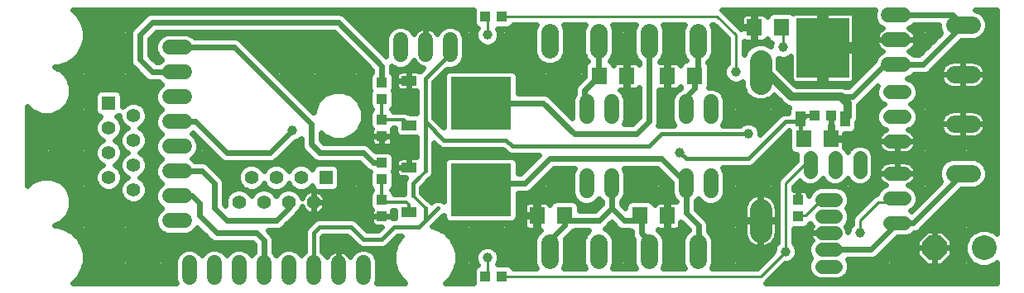
<source format=gbl>
G75*
%MOIN*%
%OFA0B0*%
%FSLAX24Y24*%
%IPPOS*%
%LPD*%
%AMOC8*
5,1,8,0,0,1.08239X$1,22.5*
%
%ADD10C,0.1000*%
%ADD11OC8,0.1000*%
%ADD12R,0.0630X0.0709*%
%ADD13C,0.0885*%
%ADD14C,0.0560*%
%ADD15C,0.0600*%
%ADD16R,0.0433X0.0394*%
%ADD17R,0.0394X0.0433*%
%ADD18R,0.2441X0.2126*%
%ADD19R,0.0630X0.0394*%
%ADD20C,0.0554*%
%ADD21R,0.0554X0.0554*%
%ADD22C,0.0705*%
%ADD23C,0.0554*%
%ADD24R,0.2126X0.2441*%
%ADD25R,0.0394X0.0630*%
%ADD26C,0.0320*%
%ADD27C,0.0240*%
%ADD28C,0.0160*%
%ADD29C,0.0396*%
%ADD30C,0.0100*%
%ADD31C,0.0120*%
D10*
X040954Y002283D03*
D11*
X038954Y002283D03*
D12*
X028205Y003583D03*
X027103Y003583D03*
X024055Y003583D03*
X022953Y003583D03*
X033703Y006683D03*
X034805Y006683D03*
X029305Y009233D03*
X028203Y009233D03*
X026555Y009233D03*
X025453Y009233D03*
X031703Y011183D03*
X032805Y011183D03*
D13*
X031954Y009826D02*
X031954Y008941D01*
X031954Y003826D02*
X031954Y002941D01*
D14*
X037174Y003283D02*
X037734Y003283D01*
X037734Y004283D02*
X037174Y004283D01*
X037174Y005283D02*
X037734Y005283D01*
X035954Y005353D02*
X035954Y005913D01*
X034954Y005913D02*
X034954Y005353D01*
X033954Y005353D02*
X033954Y005913D01*
X037174Y006583D02*
X037734Y006583D01*
X037734Y007583D02*
X037174Y007583D01*
X037174Y008583D02*
X037734Y008583D01*
D15*
X037704Y009683D02*
X037104Y009683D01*
X037104Y010683D02*
X037704Y010683D01*
X037704Y011683D02*
X037104Y011683D01*
X029954Y008183D02*
X029954Y007583D01*
X028954Y007583D02*
X028954Y008183D01*
X025954Y008183D02*
X025954Y007583D01*
X024954Y007583D02*
X024954Y008183D01*
X019454Y010083D02*
X019454Y010683D01*
X018454Y010683D02*
X018454Y010083D01*
X017454Y010083D02*
X017454Y010683D01*
X008754Y010383D02*
X008154Y010383D01*
X008154Y009383D02*
X008754Y009383D01*
X008754Y008383D02*
X008154Y008383D01*
X008154Y007383D02*
X008754Y007383D01*
X008754Y006383D02*
X008154Y006383D01*
X008154Y005383D02*
X008754Y005383D01*
X008754Y004383D02*
X008154Y004383D01*
X008154Y003383D02*
X008754Y003383D01*
X008954Y001683D02*
X008954Y001083D01*
X009954Y001083D02*
X009954Y001683D01*
X010954Y001683D02*
X010954Y001083D01*
X011954Y001083D02*
X011954Y001683D01*
X012954Y001683D02*
X012954Y001083D01*
X013954Y001083D02*
X013954Y001683D01*
X014954Y001683D02*
X014954Y001083D01*
X015954Y001083D02*
X015954Y001683D01*
X024954Y004583D02*
X024954Y005183D01*
X025954Y005183D02*
X025954Y004583D01*
X028954Y004583D02*
X028954Y005183D01*
X029954Y005183D02*
X029954Y004583D01*
D16*
X033454Y004218D03*
X033454Y003549D03*
X034119Y007633D03*
X034788Y007633D03*
X016704Y007468D03*
X016704Y006799D03*
X016704Y005718D03*
X016704Y005049D03*
X016704Y004218D03*
X016704Y003549D03*
X016704Y008299D03*
X016704Y008968D03*
D17*
X020869Y011633D03*
X021538Y011633D03*
X021538Y001133D03*
X020869Y001133D03*
D18*
X020688Y004633D03*
X020688Y008133D03*
D19*
X017814Y007236D03*
X017814Y005531D03*
X017814Y003736D03*
X017814Y009031D03*
D20*
X013454Y005133D03*
X012454Y005133D03*
X011454Y005133D03*
X011954Y004133D03*
X012954Y004133D03*
X013954Y004133D03*
X010954Y004133D03*
X006704Y004633D03*
X005704Y005133D03*
X006704Y005633D03*
X005704Y006133D03*
X006704Y006633D03*
X005704Y007133D03*
X006704Y007633D03*
D21*
X005704Y008133D03*
X014454Y005133D03*
D22*
X023470Y002486D02*
X023470Y001781D01*
X025438Y001781D02*
X025438Y002486D01*
X027470Y002486D02*
X027470Y001781D01*
X029438Y001781D02*
X029438Y002486D01*
X039751Y005283D02*
X040456Y005283D01*
X040456Y007283D02*
X039751Y007283D01*
X039751Y009283D02*
X040456Y009283D01*
X040456Y011283D02*
X039751Y011283D01*
X029438Y010986D02*
X029438Y010281D01*
X027470Y010281D02*
X027470Y010986D01*
X025438Y010986D02*
X025438Y010281D01*
X023470Y010281D02*
X023470Y010986D01*
D23*
X034427Y004223D02*
X034981Y004223D01*
X034981Y003553D02*
X034427Y003553D01*
X034427Y002883D02*
X034981Y002883D01*
X034981Y002213D02*
X034427Y002213D01*
X034427Y001543D02*
X034981Y001543D01*
D24*
X034454Y010368D03*
D25*
X035351Y007494D03*
X033556Y007494D03*
D26*
X035204Y008383D02*
X035454Y008133D01*
X035454Y007596D01*
X035204Y008383D02*
X033204Y008383D01*
X032204Y009383D01*
X031954Y009383D01*
D27*
X004492Y001087D02*
X004269Y000863D01*
X008417Y000863D01*
X008374Y000968D01*
X008374Y001799D01*
X008462Y002012D01*
X008625Y002175D01*
X008838Y002263D01*
X009069Y002263D01*
X009282Y002175D01*
X009445Y002012D01*
X009454Y001992D01*
X009462Y002012D01*
X009625Y002175D01*
X009838Y002263D01*
X010069Y002263D01*
X010282Y002175D01*
X010445Y002012D01*
X010454Y001992D01*
X010462Y002012D01*
X010625Y002175D01*
X010838Y002263D01*
X011069Y002263D01*
X011282Y002175D01*
X011445Y002012D01*
X011454Y001992D01*
X011462Y002012D01*
X011554Y002104D01*
X011554Y002418D01*
X011488Y002483D01*
X009974Y002483D01*
X009827Y002544D01*
X009266Y003105D01*
X009245Y003055D01*
X009082Y002892D01*
X008869Y002803D01*
X008038Y002803D01*
X007825Y002892D01*
X007662Y003055D01*
X007574Y003268D01*
X007574Y003499D01*
X007662Y003712D01*
X007825Y003875D01*
X007845Y003883D01*
X007825Y003892D01*
X007662Y004055D01*
X007574Y004268D01*
X007574Y004499D01*
X007662Y004712D01*
X007825Y004875D01*
X007845Y004883D01*
X007825Y004892D01*
X007662Y005055D01*
X007574Y005268D01*
X007574Y005499D01*
X007662Y005712D01*
X007825Y005875D01*
X007845Y005883D01*
X007825Y005892D01*
X007662Y006055D01*
X007574Y006268D01*
X007574Y006499D01*
X007662Y006712D01*
X007825Y006875D01*
X007845Y006883D01*
X007825Y006892D01*
X007662Y007055D01*
X007574Y007268D01*
X007574Y007499D01*
X007662Y007712D01*
X007825Y007875D01*
X007845Y007883D01*
X007825Y007892D01*
X007662Y008055D01*
X007574Y008268D01*
X007574Y008499D01*
X007662Y008712D01*
X007825Y008875D01*
X007845Y008883D01*
X007825Y008892D01*
X007734Y008983D01*
X007374Y008983D01*
X007227Y009044D01*
X006727Y009544D01*
X006615Y009657D01*
X006554Y009804D01*
X006554Y010963D01*
X006615Y011110D01*
X007115Y011610D01*
X007227Y011722D01*
X007374Y011783D01*
X015033Y011783D01*
X015180Y011722D01*
X016874Y010029D01*
X016874Y010799D01*
X016962Y011012D01*
X017125Y011175D01*
X017338Y011263D01*
X017569Y011263D01*
X017782Y011175D01*
X017945Y011012D01*
X017987Y010912D01*
X018009Y010956D01*
X018057Y011022D01*
X018115Y011080D01*
X018181Y011128D01*
X018254Y011165D01*
X018332Y011191D01*
X018413Y011203D01*
X018454Y011203D01*
X018454Y010383D01*
X018454Y010383D01*
X018454Y011203D01*
X018495Y011203D01*
X018576Y011191D01*
X018653Y011165D01*
X018726Y011128D01*
X018793Y011080D01*
X018850Y011022D01*
X018899Y010956D01*
X018921Y010912D01*
X018962Y011012D01*
X019125Y011175D01*
X019338Y011263D01*
X019569Y011263D01*
X019782Y011175D01*
X019945Y011012D01*
X020034Y010799D01*
X020034Y009968D01*
X019945Y009755D01*
X019782Y009592D01*
X019569Y009503D01*
X019338Y009503D01*
X019335Y009505D01*
X018814Y008984D01*
X018814Y007532D01*
X019188Y007159D01*
X019188Y009252D01*
X019230Y009355D01*
X019309Y009434D01*
X019412Y009476D01*
X021964Y009476D01*
X022067Y009434D01*
X022146Y009355D01*
X022189Y009252D01*
X022189Y008533D01*
X023283Y008533D01*
X023430Y008472D01*
X024374Y007529D01*
X024374Y008299D01*
X024462Y008512D01*
X024469Y008519D01*
X024469Y008729D01*
X024530Y008876D01*
X024858Y009204D01*
X024858Y009643D01*
X024900Y009746D01*
X024979Y009825D01*
X024993Y009831D01*
X024902Y009923D01*
X024806Y010155D01*
X024806Y011112D01*
X024885Y011303D01*
X024023Y011303D01*
X024102Y011112D01*
X024102Y010155D01*
X024006Y009923D01*
X024901Y009923D01*
X024850Y010048D02*
X024850Y009196D01*
X024858Y009208D02*
X022189Y009208D01*
X022189Y008969D02*
X024623Y008969D01*
X024611Y008958D02*
X024611Y011303D01*
X024373Y011303D02*
X024373Y007530D01*
X024374Y007538D02*
X024364Y007538D01*
X024374Y007777D02*
X024126Y007777D01*
X024134Y007768D02*
X024134Y011303D01*
X024100Y011116D02*
X024807Y011116D01*
X024850Y011219D02*
X024850Y011303D01*
X024806Y010877D02*
X024102Y010877D01*
X024102Y010639D02*
X024806Y010639D01*
X024806Y010400D02*
X024102Y010400D01*
X024102Y010162D02*
X024806Y010162D01*
X024006Y009923D02*
X023828Y009745D01*
X023595Y009648D01*
X023344Y009648D01*
X023111Y009745D01*
X022933Y009923D01*
X020015Y009923D01*
X019876Y009685D02*
X023256Y009685D01*
X023180Y009716D02*
X023180Y008533D01*
X023382Y008492D02*
X024454Y008492D01*
X024470Y008731D02*
X022189Y008731D01*
X022226Y008533D02*
X022226Y011303D01*
X021991Y011303D02*
X022916Y011303D01*
X022837Y011112D01*
X022837Y010155D01*
X022933Y009923D01*
X022942Y009914D02*
X022942Y008533D01*
X022703Y008533D02*
X022703Y011303D01*
X022839Y011116D02*
X021375Y011116D01*
X021366Y011137D02*
X021791Y011137D01*
X021894Y011179D01*
X021973Y011258D01*
X021991Y011303D01*
X021988Y011295D02*
X021988Y009467D01*
X022037Y009446D02*
X024858Y009446D01*
X024875Y009685D02*
X023683Y009685D01*
X023657Y009674D02*
X023657Y008245D01*
X023649Y008254D02*
X024374Y008254D01*
X024374Y008015D02*
X023887Y008015D01*
X023896Y008007D02*
X023896Y009813D01*
X023419Y009648D02*
X023419Y008477D01*
X023204Y008133D02*
X024454Y006883D01*
X026954Y006883D01*
X027454Y007383D01*
X027454Y010618D01*
X027470Y010633D01*
X028102Y010639D02*
X028806Y010639D01*
X029438Y010633D02*
X029438Y009366D01*
X029305Y009233D01*
X029305Y008735D01*
X028954Y008383D01*
X028954Y007883D01*
X028374Y007777D02*
X027854Y007777D01*
X027854Y008015D02*
X028374Y008015D01*
X028374Y008254D02*
X027854Y008254D01*
X028374Y008299D02*
X028374Y007468D01*
X028462Y007255D01*
X028474Y007243D01*
X027882Y007243D01*
X027818Y007217D01*
X027854Y007304D01*
X027854Y008660D01*
X027859Y008659D01*
X028165Y008659D01*
X028165Y009196D01*
X028240Y009196D01*
X028240Y008659D01*
X028547Y008659D01*
X028602Y008674D01*
X028653Y008703D01*
X028694Y008744D01*
X028722Y008794D01*
X028745Y008740D01*
X028727Y008722D01*
X028718Y008714D01*
X028625Y008675D01*
X028462Y008512D01*
X028374Y008299D01*
X028427Y008428D02*
X028427Y008659D01*
X028454Y008492D02*
X027854Y008492D01*
X027950Y008659D02*
X027950Y007243D01*
X027852Y007300D02*
X028443Y007300D01*
X028427Y007339D02*
X028427Y007243D01*
X028189Y007243D02*
X028189Y009196D01*
X028189Y009271D02*
X028189Y011303D01*
X028023Y011303D02*
X028885Y011303D01*
X028806Y011112D01*
X028806Y010155D01*
X028902Y009923D01*
X028957Y009868D01*
X028934Y009868D01*
X028831Y009825D01*
X028753Y009746D01*
X028722Y009673D01*
X028694Y009723D01*
X028653Y009764D01*
X028602Y009793D01*
X028547Y009808D01*
X028240Y009808D01*
X028240Y009271D01*
X028165Y009271D01*
X028165Y009808D01*
X027891Y009808D01*
X028006Y009923D01*
X028901Y009923D01*
X028904Y009920D02*
X028904Y009855D01*
X028727Y009685D02*
X028715Y009685D01*
X028666Y009751D02*
X028666Y011303D01*
X028807Y011116D02*
X028100Y011116D01*
X028102Y011112D02*
X028023Y011303D01*
X028102Y011112D02*
X028102Y010155D01*
X028006Y009923D01*
X027950Y009867D02*
X027950Y009808D01*
X028165Y009685D02*
X028240Y009685D01*
X028427Y009808D02*
X028427Y011303D01*
X028102Y010877D02*
X028806Y010877D01*
X029991Y011303D02*
X030071Y011112D01*
X030071Y010155D01*
X029974Y009923D01*
X029838Y009786D01*
X029838Y009766D01*
X029857Y009746D01*
X029900Y009643D01*
X029900Y008823D01*
X029875Y008763D01*
X030069Y008763D01*
X030282Y008675D01*
X030445Y008512D01*
X030534Y008299D01*
X030534Y007468D01*
X030445Y007255D01*
X030434Y007243D01*
X031138Y007243D01*
X031183Y007289D01*
X031359Y007361D01*
X031549Y007361D01*
X031725Y007289D01*
X031859Y007154D01*
X031932Y006978D01*
X031932Y006871D01*
X032750Y007689D01*
X032882Y007743D01*
X033079Y007743D01*
X033079Y007864D01*
X033113Y007945D01*
X032955Y008010D01*
X032831Y008134D01*
X032500Y008465D01*
X032363Y008328D01*
X032097Y008218D01*
X031810Y008218D01*
X031545Y008328D01*
X031341Y008532D01*
X031231Y008797D01*
X031231Y008985D01*
X031225Y008978D01*
X031049Y008905D01*
X030859Y008905D01*
X030683Y008978D01*
X030548Y009113D01*
X030476Y009288D01*
X030476Y009478D01*
X030548Y009654D01*
X030624Y009729D01*
X030624Y010747D01*
X030067Y011303D01*
X029991Y011303D01*
X030097Y011274D02*
X030097Y008752D01*
X030148Y008731D02*
X031259Y008731D01*
X031289Y008657D02*
X031289Y007333D01*
X031210Y007300D02*
X030464Y007300D01*
X030574Y007243D02*
X030574Y009087D01*
X030509Y009208D02*
X029900Y009208D01*
X029900Y008969D02*
X030704Y008969D01*
X030812Y008924D02*
X030812Y007243D01*
X031051Y007243D02*
X031051Y008906D01*
X031204Y008969D02*
X031231Y008969D01*
X031381Y008492D02*
X030454Y008492D01*
X030335Y008622D02*
X030335Y011035D01*
X030255Y011116D02*
X030069Y011116D01*
X030071Y010877D02*
X030493Y010877D01*
X030574Y010797D02*
X030574Y009680D01*
X030579Y009685D02*
X029883Y009685D01*
X029858Y009744D02*
X029858Y009807D01*
X029975Y009923D02*
X030624Y009923D01*
X030624Y010162D02*
X030071Y010162D01*
X030071Y010400D02*
X030624Y010400D01*
X030624Y010639D02*
X030071Y010639D01*
X031141Y011163D02*
X031168Y011136D01*
X031168Y011146D01*
X031665Y011146D01*
X031665Y011221D01*
X031665Y011758D01*
X031359Y011758D01*
X031303Y011743D01*
X031253Y011714D01*
X031212Y011673D01*
X031183Y011623D01*
X031168Y011567D01*
X031168Y011221D01*
X031665Y011221D01*
X031740Y011221D01*
X031740Y011758D01*
X032047Y011758D01*
X032102Y011743D01*
X032153Y011714D01*
X032194Y011673D01*
X032222Y011623D01*
X032253Y011696D01*
X032331Y011775D01*
X032434Y011818D01*
X033176Y011818D01*
X033276Y011776D01*
X033306Y011793D01*
X033362Y011808D01*
X034334Y011808D01*
X034334Y010488D01*
X034574Y010488D01*
X034574Y011808D01*
X035546Y011808D01*
X035602Y011793D01*
X035652Y011764D01*
X035693Y011723D01*
X035722Y011673D01*
X035737Y011617D01*
X035737Y010488D01*
X034574Y010488D01*
X034574Y010248D01*
X035737Y010248D01*
X035737Y009118D01*
X035722Y009062D01*
X035693Y009012D01*
X035652Y008971D01*
X035602Y008942D01*
X035546Y008927D01*
X034574Y008927D01*
X034574Y010248D01*
X034334Y010248D01*
X034334Y008927D01*
X033362Y008927D01*
X033306Y008942D01*
X033256Y008971D01*
X033215Y009012D01*
X033186Y009062D01*
X033171Y009118D01*
X033171Y010024D01*
X033125Y009978D01*
X032949Y009905D01*
X032759Y009905D01*
X032676Y009939D01*
X032676Y009533D01*
X033386Y008823D01*
X035291Y008823D01*
X035388Y008783D01*
X035488Y008783D01*
X036538Y009833D01*
X036612Y010012D01*
X036775Y010175D01*
X036875Y010216D01*
X036831Y010239D01*
X036765Y010287D01*
X036707Y010345D01*
X036659Y010411D01*
X036622Y010484D01*
X036597Y010562D01*
X036584Y010642D01*
X036584Y010683D01*
X037404Y010683D01*
X037404Y010683D01*
X038224Y010683D01*
X038224Y010642D01*
X038211Y010562D01*
X038186Y010484D01*
X038149Y010411D01*
X038100Y010345D01*
X038043Y010287D01*
X037976Y010239D01*
X037933Y010216D01*
X038032Y010175D01*
X038124Y010083D01*
X038338Y010083D01*
X039205Y010950D01*
X039119Y011158D01*
X039119Y011283D01*
X038124Y011283D01*
X038032Y011192D01*
X037933Y011150D01*
X037976Y011128D01*
X038043Y011080D01*
X038100Y011022D01*
X038149Y010956D01*
X038186Y010883D01*
X038211Y010805D01*
X038224Y010724D01*
X038224Y010683D01*
X037404Y010683D01*
X037404Y010683D01*
X036584Y010683D01*
X036584Y010724D01*
X036597Y010805D01*
X036622Y010883D01*
X036659Y010956D01*
X036707Y011022D01*
X036765Y011080D01*
X036831Y011128D01*
X036875Y011150D01*
X036775Y011192D01*
X036775Y011087D01*
X036814Y011116D02*
X035737Y011116D01*
X035737Y010877D02*
X036620Y010877D01*
X036584Y010639D02*
X035737Y010639D01*
X035582Y010488D02*
X035582Y010248D01*
X035737Y010162D02*
X036762Y010162D01*
X036775Y010175D02*
X036775Y010280D01*
X036667Y010400D02*
X034574Y010400D01*
X034628Y010488D02*
X034628Y010248D01*
X034574Y010162D02*
X034334Y010162D01*
X034390Y010248D02*
X034390Y008823D01*
X034334Y008969D02*
X034574Y008969D01*
X034628Y008927D02*
X034628Y008823D01*
X034867Y008823D02*
X034867Y008927D01*
X035105Y008927D02*
X035105Y008823D01*
X035344Y008802D02*
X035344Y008927D01*
X035582Y008937D02*
X035582Y008878D01*
X035649Y008969D02*
X035674Y008969D01*
X035821Y009116D02*
X035821Y011903D01*
X036059Y011903D02*
X036059Y009355D01*
X036151Y009446D02*
X035737Y009446D01*
X035737Y009208D02*
X035913Y009208D01*
X036672Y008836D02*
X036614Y008695D01*
X036614Y008472D01*
X036699Y008266D01*
X036857Y008109D01*
X036918Y008083D01*
X036857Y008058D01*
X036699Y007901D01*
X036614Y007695D01*
X036614Y007472D01*
X036699Y007266D01*
X036857Y007109D01*
X036995Y007051D01*
X036982Y007047D01*
X036912Y007011D01*
X036848Y006965D01*
X036792Y006909D01*
X036746Y006845D01*
X036710Y006775D01*
X036686Y006700D01*
X036674Y006623D01*
X036674Y006583D01*
X036674Y006544D01*
X036686Y006466D01*
X036710Y006391D01*
X036746Y006321D01*
X036792Y006258D01*
X036848Y006202D01*
X036912Y006156D01*
X036982Y006120D01*
X037057Y006096D01*
X037134Y006083D01*
X037454Y006083D01*
X037773Y006083D01*
X037851Y006096D01*
X037926Y006120D01*
X037996Y006156D01*
X038060Y006202D01*
X038115Y006258D01*
X038161Y006321D01*
X038197Y006391D01*
X038221Y006466D01*
X038234Y006544D01*
X038234Y006583D01*
X037454Y006583D01*
X037454Y006083D01*
X037454Y006583D01*
X037454Y006583D01*
X037454Y006583D01*
X038234Y006583D01*
X038234Y006623D01*
X038221Y006700D01*
X038197Y006775D01*
X038161Y006845D01*
X038115Y006909D01*
X038060Y006965D01*
X037996Y007011D01*
X037926Y007047D01*
X037912Y007051D01*
X038051Y007109D01*
X038209Y007266D01*
X038294Y007472D01*
X038294Y007695D01*
X038209Y007901D01*
X038051Y008058D01*
X037990Y008083D01*
X038051Y008109D01*
X038209Y008266D01*
X038294Y008472D01*
X038294Y008695D01*
X038209Y008901D01*
X038051Y009058D01*
X037880Y009129D01*
X038032Y009192D01*
X038124Y009283D01*
X038583Y009283D01*
X038730Y009344D01*
X040037Y010651D01*
X040582Y010651D01*
X040815Y010747D01*
X040992Y010925D01*
X041089Y011158D01*
X041089Y011409D01*
X040992Y011642D01*
X040815Y011820D01*
X040612Y011903D01*
X041474Y011903D01*
X041474Y002866D01*
X041396Y002945D01*
X041109Y003063D01*
X040799Y003063D01*
X040512Y002945D01*
X040293Y002725D01*
X040174Y002438D01*
X040174Y002128D01*
X040293Y001841D01*
X040512Y001622D01*
X040799Y001503D01*
X041109Y001503D01*
X041396Y001622D01*
X041474Y001700D01*
X041474Y000863D01*
X032150Y000863D01*
X032942Y001655D01*
X033049Y001655D01*
X033225Y001728D01*
X033359Y001863D01*
X033432Y002038D01*
X033432Y002228D01*
X033359Y002404D01*
X033284Y002479D01*
X033284Y003072D01*
X033726Y003072D01*
X033829Y003114D01*
X033908Y003193D01*
X033940Y003272D01*
X033954Y003238D01*
X034021Y003171D01*
X034001Y003144D01*
X033966Y003074D01*
X033942Y003000D01*
X033929Y002922D01*
X033929Y002883D01*
X033929Y002844D01*
X033942Y002767D01*
X033966Y002692D01*
X034001Y002623D01*
X034021Y002596D01*
X033954Y002529D01*
X033869Y002324D01*
X033869Y002103D01*
X033954Y001898D01*
X033974Y001878D01*
X033954Y001859D01*
X033869Y001654D01*
X033869Y001433D01*
X033954Y001228D01*
X034111Y001071D01*
X034316Y000986D01*
X035092Y000986D01*
X035297Y001071D01*
X035453Y001228D01*
X035538Y001433D01*
X035538Y001654D01*
X035472Y001813D01*
X036463Y001813D01*
X036610Y001874D01*
X037459Y002723D01*
X037845Y002723D01*
X038051Y002809D01*
X038126Y002883D01*
X038183Y002883D01*
X038330Y002944D01*
X040037Y004651D01*
X040582Y004651D01*
X040815Y004747D01*
X040992Y004925D01*
X041089Y005158D01*
X041089Y005409D01*
X040992Y005642D01*
X040815Y005820D01*
X040582Y005916D01*
X039625Y005916D01*
X039393Y005820D01*
X039215Y005642D01*
X039119Y005409D01*
X039119Y005158D01*
X039205Y004950D01*
X038024Y003769D01*
X037990Y003783D01*
X038051Y003809D01*
X038209Y003966D01*
X038294Y004172D01*
X038294Y004395D01*
X038209Y004601D01*
X038051Y004758D01*
X037912Y004816D01*
X037926Y004820D01*
X037996Y004856D01*
X038060Y004902D01*
X038115Y004958D01*
X038161Y005021D01*
X038197Y005091D01*
X038221Y005166D01*
X038234Y005244D01*
X038234Y005283D01*
X037454Y005283D01*
X037454Y005283D01*
X038234Y005283D01*
X038234Y005323D01*
X038221Y005400D01*
X038197Y005475D01*
X038161Y005545D01*
X038115Y005609D01*
X038060Y005665D01*
X037996Y005711D01*
X037926Y005747D01*
X037851Y005771D01*
X037773Y005783D01*
X037454Y005783D01*
X037454Y005283D01*
X036674Y005283D01*
X036674Y005244D01*
X036686Y005166D01*
X036710Y005091D01*
X036746Y005021D01*
X036792Y004958D01*
X036848Y004902D01*
X036912Y004856D01*
X036982Y004820D01*
X036995Y004816D01*
X036857Y004758D01*
X036699Y004601D01*
X036642Y004463D01*
X036638Y004463D01*
X036517Y004413D01*
X036424Y004320D01*
X035674Y003570D01*
X035624Y003449D01*
X035624Y003229D01*
X035548Y003154D01*
X035476Y002978D01*
X035476Y002938D01*
X035466Y003000D01*
X035442Y003074D01*
X035406Y003144D01*
X035387Y003171D01*
X035453Y003238D01*
X035538Y003443D01*
X035538Y003664D01*
X035453Y003869D01*
X035434Y003888D01*
X035453Y003908D01*
X035538Y004113D01*
X035538Y004334D01*
X035453Y004539D01*
X035297Y004696D01*
X035092Y004780D01*
X034316Y004780D01*
X034111Y004696D01*
X033954Y004539D01*
X033890Y004385D01*
X033890Y004444D01*
X033875Y004500D01*
X033846Y004550D01*
X033805Y004591D01*
X033755Y004620D01*
X033699Y004635D01*
X033454Y004635D01*
X033454Y004218D01*
X033454Y004218D01*
X033454Y004635D01*
X033284Y004635D01*
X033284Y004747D01*
X033526Y004989D01*
X033637Y004879D01*
X033842Y004793D01*
X034065Y004793D01*
X034271Y004879D01*
X034429Y005036D01*
X034454Y005097D01*
X034479Y005036D01*
X034637Y004879D01*
X034842Y004793D01*
X035065Y004793D01*
X035271Y004879D01*
X035429Y005036D01*
X035454Y005097D01*
X035479Y005036D01*
X035637Y004879D01*
X035842Y004793D01*
X036065Y004793D01*
X036271Y004879D01*
X036429Y005036D01*
X036514Y005242D01*
X036514Y006025D01*
X036429Y006231D01*
X036271Y006388D01*
X036065Y006473D01*
X035842Y006473D01*
X035637Y006388D01*
X035479Y006231D01*
X035454Y006170D01*
X035429Y006231D01*
X035340Y006319D01*
X035340Y006646D01*
X034842Y006646D01*
X034842Y006721D01*
X034767Y006721D01*
X034767Y007216D01*
X034788Y007216D01*
X034788Y007633D01*
X034788Y007633D01*
X034788Y007216D01*
X034842Y007216D01*
X034842Y006721D01*
X035340Y006721D01*
X035340Y006899D01*
X035604Y006899D01*
X035707Y006941D01*
X035786Y007020D01*
X035828Y007123D01*
X035828Y007350D01*
X035894Y007508D01*
X035894Y008058D01*
X036672Y008836D01*
X036629Y008731D02*
X036567Y008731D01*
X036536Y008700D02*
X036536Y004421D01*
X036577Y004438D02*
X035495Y004438D01*
X035538Y004199D02*
X036303Y004199D01*
X036298Y004194D02*
X036298Y004905D01*
X036307Y004915D02*
X036835Y004915D01*
X036775Y004982D02*
X036775Y004676D01*
X035316Y004676D01*
X035344Y004648D02*
X035344Y004951D01*
X035307Y004915D02*
X035600Y004915D01*
X035582Y004933D02*
X035582Y003188D01*
X035624Y003245D02*
X035456Y003245D01*
X035464Y003007D02*
X035487Y003007D01*
X034704Y002883D02*
X034704Y002883D01*
X033929Y002883D01*
X034704Y002883D01*
X034628Y002883D02*
X034628Y002883D01*
X034390Y002883D02*
X034390Y002883D01*
X034151Y002883D02*
X034151Y002883D01*
X033941Y002768D02*
X033284Y002768D01*
X032624Y002768D02*
X032593Y002768D01*
X032582Y002727D02*
X032605Y002811D01*
X032616Y002897D01*
X032616Y003356D01*
X031981Y003356D01*
X031981Y002278D01*
X031997Y002278D01*
X032083Y002290D01*
X032167Y002312D01*
X032247Y002345D01*
X032323Y002389D01*
X032392Y002442D01*
X032453Y002503D01*
X032506Y002572D01*
X032549Y002647D01*
X032582Y002727D01*
X032482Y002541D02*
X032482Y002243D01*
X032476Y002228D02*
X032476Y002122D01*
X031817Y001463D01*
X029991Y001463D01*
X030071Y001655D01*
X030071Y002612D01*
X029974Y002844D01*
X029854Y002965D01*
X029854Y003263D01*
X029793Y003410D01*
X029680Y003522D01*
X029354Y003849D01*
X029354Y004163D01*
X029445Y004255D01*
X029454Y004275D01*
X029462Y004255D01*
X029625Y004092D01*
X029838Y004003D01*
X030069Y004003D01*
X030282Y004092D01*
X030445Y004255D01*
X030534Y004468D01*
X030534Y005299D01*
X030445Y005512D01*
X030434Y005523D01*
X031525Y005523D01*
X031658Y005578D01*
X031759Y005679D01*
X033103Y007023D01*
X033108Y007023D01*
X033108Y006273D01*
X033150Y006170D01*
X033229Y006092D01*
X033332Y006049D01*
X033404Y006049D01*
X033394Y006025D01*
X033394Y005790D01*
X032767Y005163D01*
X032767Y005163D01*
X032674Y005070D01*
X032624Y004949D01*
X032624Y002479D01*
X032548Y002404D01*
X032476Y002228D01*
X032502Y002291D02*
X032090Y002291D01*
X032005Y002279D02*
X032005Y001651D01*
X031930Y001576D02*
X030038Y001576D01*
X030097Y001463D02*
X030097Y004015D01*
X029858Y004003D02*
X029858Y002960D01*
X029854Y003007D02*
X031291Y003007D01*
X031291Y002897D02*
X031303Y002811D01*
X031325Y002727D01*
X031358Y002647D01*
X031402Y002572D01*
X031455Y002503D01*
X031516Y002442D01*
X031585Y002389D01*
X031660Y002345D01*
X031740Y002312D01*
X031824Y002290D01*
X031910Y002278D01*
X031926Y002278D01*
X031926Y003356D01*
X031291Y003356D01*
X031291Y002897D01*
X031314Y002768D02*
X030006Y002768D01*
X030071Y002530D02*
X031434Y002530D01*
X031528Y002433D02*
X031528Y001463D01*
X031766Y001463D02*
X031766Y002305D01*
X031818Y002291D02*
X030071Y002291D01*
X030071Y002053D02*
X032407Y002053D01*
X032243Y001890D02*
X032243Y002344D01*
X031981Y002291D02*
X031926Y002291D01*
X031926Y002530D02*
X031981Y002530D01*
X032473Y002530D02*
X032624Y002530D01*
X033284Y002530D02*
X033955Y002530D01*
X033913Y002429D02*
X033913Y003206D01*
X033929Y003245D02*
X033951Y003245D01*
X033944Y003007D02*
X033284Y003007D01*
X033436Y003072D02*
X033436Y000863D01*
X033674Y000863D02*
X033674Y003072D01*
X032624Y003007D02*
X032616Y003007D01*
X032616Y003245D02*
X032624Y003245D01*
X032616Y003411D02*
X032616Y003869D01*
X032605Y003955D01*
X032582Y004039D01*
X032549Y004119D01*
X032506Y004195D01*
X032453Y004264D01*
X032392Y004325D01*
X032323Y004378D01*
X032247Y004421D01*
X032167Y004455D01*
X032083Y004477D01*
X031997Y004488D01*
X031981Y004488D01*
X031981Y003411D01*
X031926Y003411D01*
X031926Y003356D01*
X031981Y003356D01*
X031981Y003411D01*
X032616Y003411D01*
X032616Y003484D02*
X032624Y003484D01*
X032482Y003411D02*
X032482Y003356D01*
X032243Y003356D02*
X032243Y003411D01*
X032005Y003411D02*
X032005Y003356D01*
X031926Y003411D02*
X031291Y003411D01*
X031291Y003869D01*
X031303Y003955D01*
X031325Y004039D01*
X031358Y004119D01*
X031402Y004195D01*
X031455Y004264D01*
X031516Y004325D01*
X031585Y004378D01*
X031660Y004421D01*
X031740Y004455D01*
X031824Y004477D01*
X031910Y004488D01*
X031926Y004488D01*
X031926Y003411D01*
X031926Y003484D02*
X031981Y003484D01*
X031766Y003411D02*
X031766Y003356D01*
X031926Y003245D02*
X031981Y003245D01*
X031981Y003007D02*
X031926Y003007D01*
X031291Y003245D02*
X029854Y003245D01*
X029454Y003183D02*
X029454Y002149D01*
X029438Y002133D01*
X028806Y002053D02*
X028102Y002053D01*
X028102Y001814D02*
X028806Y001814D01*
X028806Y001655D02*
X028885Y001463D01*
X028023Y001463D01*
X028102Y001655D01*
X028102Y002612D01*
X028006Y002844D01*
X027833Y003016D01*
X027861Y003009D01*
X028167Y003009D01*
X028167Y003546D01*
X028242Y003546D01*
X028242Y003009D01*
X028549Y003009D01*
X028605Y003024D01*
X028655Y003053D01*
X028696Y003094D01*
X028725Y003144D01*
X028740Y003200D01*
X028740Y003332D01*
X029054Y003018D01*
X029054Y002996D01*
X028902Y002844D01*
X028806Y002612D01*
X028806Y001655D01*
X028838Y001576D02*
X028069Y001576D01*
X028189Y001463D02*
X028189Y003546D01*
X028167Y003484D02*
X028242Y003484D01*
X028242Y003621D02*
X028167Y003621D01*
X028167Y004158D01*
X027861Y004158D01*
X027805Y004143D01*
X027755Y004114D01*
X027714Y004073D01*
X027685Y004023D01*
X027655Y004096D01*
X027576Y004175D01*
X027473Y004218D01*
X026732Y004218D01*
X026629Y004175D01*
X026550Y004096D01*
X026508Y003993D01*
X026508Y003895D01*
X026354Y004049D01*
X026354Y004163D01*
X026445Y004255D01*
X026534Y004468D01*
X026534Y005299D01*
X026457Y005483D01*
X027788Y005483D01*
X028374Y004898D01*
X028374Y004468D01*
X028462Y004255D01*
X028554Y004163D01*
X028554Y004156D01*
X028549Y004158D01*
X028242Y004158D01*
X028242Y003621D01*
X028189Y003621D02*
X028189Y005083D01*
X028118Y005153D02*
X026534Y005153D01*
X026519Y005334D02*
X026519Y005483D01*
X026495Y005392D02*
X027880Y005392D01*
X027950Y005321D02*
X027950Y004158D01*
X027712Y004069D02*
X027712Y005483D01*
X027473Y005483D02*
X027473Y004218D01*
X027517Y004199D02*
X028518Y004199D01*
X028427Y004158D02*
X028427Y004339D01*
X028386Y004438D02*
X026521Y004438D01*
X026519Y004433D02*
X026519Y004022D01*
X026508Y003961D02*
X026442Y003961D01*
X025954Y003883D02*
X026454Y003383D01*
X026903Y003383D01*
X027103Y003583D01*
X027154Y003532D01*
X027154Y002883D01*
X027470Y002568D01*
X027470Y002133D01*
X028102Y002291D02*
X028806Y002291D01*
X028806Y002530D02*
X028102Y002530D01*
X028037Y002768D02*
X028870Y002768D01*
X028904Y002847D02*
X028904Y003167D01*
X028826Y003245D02*
X028740Y003245D01*
X028666Y003064D02*
X028666Y001463D01*
X028427Y001463D02*
X028427Y003009D01*
X028242Y003245D02*
X028167Y003245D01*
X027950Y003009D02*
X027950Y002900D01*
X027843Y003007D02*
X029054Y003007D01*
X029454Y003183D02*
X028954Y003683D01*
X028954Y004883D01*
X027954Y005883D01*
X023454Y005883D01*
X022454Y004883D01*
X021454Y004883D01*
X022189Y004483D02*
X022533Y004483D01*
X022680Y004544D01*
X022793Y004657D01*
X023619Y005483D01*
X024450Y005483D01*
X024374Y005299D01*
X024374Y004468D01*
X024462Y004255D01*
X024625Y004092D01*
X024838Y004003D01*
X025069Y004003D01*
X025282Y004092D01*
X025445Y004255D01*
X025454Y004275D01*
X025462Y004255D01*
X025554Y004163D01*
X025554Y004049D01*
X025288Y003783D01*
X024650Y003783D01*
X024650Y003993D01*
X024607Y004096D01*
X024529Y004175D01*
X024426Y004218D01*
X023684Y004218D01*
X023581Y004175D01*
X023503Y004096D01*
X023472Y004023D01*
X023444Y004073D01*
X023403Y004114D01*
X023352Y004143D01*
X023297Y004158D01*
X022990Y004158D01*
X022990Y003621D01*
X022915Y003621D01*
X022915Y004158D01*
X022609Y004158D01*
X022553Y004143D01*
X022503Y004114D01*
X022462Y004073D01*
X022433Y004023D01*
X022418Y003967D01*
X022418Y003621D01*
X022915Y003621D01*
X022915Y003546D01*
X022418Y003546D01*
X022418Y003200D01*
X022433Y003144D01*
X022462Y003094D01*
X022503Y003053D01*
X022553Y003024D01*
X022609Y003009D01*
X022915Y003009D01*
X022915Y003546D01*
X022990Y003546D01*
X022990Y003009D01*
X023098Y003009D01*
X022933Y002844D01*
X022837Y002612D01*
X022837Y001655D01*
X022916Y001463D01*
X021991Y001463D01*
X021973Y001508D01*
X021894Y001587D01*
X021791Y001630D01*
X021366Y001630D01*
X021432Y001788D01*
X021432Y001978D01*
X021359Y002154D01*
X021225Y002289D01*
X021049Y002361D01*
X020859Y002361D01*
X020683Y002289D01*
X020548Y002154D01*
X020476Y001978D01*
X020476Y001788D01*
X020548Y001613D01*
X020556Y001605D01*
X020514Y001587D01*
X020435Y001508D01*
X020392Y001406D01*
X020392Y000863D01*
X019269Y000863D01*
X019492Y001087D01*
X019663Y001383D01*
X019751Y001713D01*
X019751Y002054D01*
X019663Y002384D01*
X019492Y002680D01*
X019250Y002922D01*
X018955Y003092D01*
X018732Y003152D01*
X019188Y003608D01*
X019188Y003515D01*
X019230Y003412D01*
X019309Y003333D01*
X019412Y003290D01*
X021964Y003290D01*
X022067Y003333D01*
X022146Y003412D01*
X022189Y003515D01*
X022189Y004483D01*
X022226Y004483D02*
X022226Y001463D01*
X021988Y001472D02*
X021988Y003300D01*
X021749Y003290D02*
X021749Y001630D01*
X021905Y001576D02*
X022870Y001576D01*
X022703Y001463D02*
X022703Y003009D01*
X022465Y003091D02*
X022465Y001463D01*
X021511Y001630D02*
X021511Y003290D01*
X021272Y003290D02*
X021272Y002241D01*
X021218Y002291D02*
X022837Y002291D01*
X022837Y002530D02*
X019579Y002530D01*
X019603Y002488D02*
X019603Y003290D01*
X019841Y003290D02*
X019841Y000863D01*
X019603Y000863D02*
X019603Y001278D01*
X019637Y001337D02*
X020392Y001337D01*
X020392Y001099D02*
X019499Y001099D01*
X019364Y000959D02*
X019364Y000863D01*
X020080Y000863D02*
X020080Y003290D01*
X020318Y003290D02*
X020318Y000863D01*
X020502Y001576D02*
X019715Y001576D01*
X019751Y001814D02*
X020476Y001814D01*
X020506Y002053D02*
X019751Y002053D01*
X019688Y002291D02*
X020689Y002291D01*
X020795Y002335D02*
X020795Y003290D01*
X020557Y003290D02*
X020557Y002163D01*
X021034Y002361D02*
X021034Y003290D01*
X022176Y003484D02*
X022418Y003484D01*
X022465Y003546D02*
X022465Y003621D01*
X022418Y003722D02*
X022189Y003722D01*
X022189Y003961D02*
X022418Y003961D01*
X022465Y004076D02*
X022465Y004483D01*
X022703Y004567D02*
X022703Y004158D01*
X022915Y003961D02*
X022990Y003961D01*
X022990Y003722D02*
X022915Y003722D01*
X022942Y003621D02*
X022942Y004806D01*
X023051Y004915D02*
X024374Y004915D01*
X024374Y005153D02*
X023289Y005153D01*
X023180Y005044D02*
X023180Y004158D01*
X023419Y004098D02*
X023419Y005283D01*
X023528Y005392D02*
X024412Y005392D01*
X024373Y005483D02*
X024373Y004218D01*
X024470Y004199D02*
X024518Y004199D01*
X024611Y004106D02*
X024611Y004087D01*
X024650Y003961D02*
X025466Y003961D01*
X025327Y003822D02*
X025327Y004136D01*
X025390Y004199D02*
X025518Y004199D01*
X025088Y004011D02*
X025088Y003783D01*
X024850Y003783D02*
X024850Y004003D01*
X024134Y004218D02*
X024134Y005483D01*
X023896Y005483D02*
X023896Y004218D01*
X023657Y004206D02*
X023657Y005483D01*
X022942Y005937D02*
X022942Y006023D01*
X023028Y006023D02*
X022288Y005283D01*
X022189Y005283D01*
X022189Y005752D01*
X022146Y005855D01*
X022067Y005934D01*
X021964Y005976D01*
X019412Y005976D01*
X019309Y005934D01*
X019230Y005855D01*
X019188Y005752D01*
X019188Y004159D01*
X019158Y004189D01*
X019025Y004243D01*
X018882Y004243D01*
X018750Y004189D01*
X018704Y004142D01*
X018658Y004189D01*
X018585Y004219D01*
X018314Y004490D01*
X018314Y004734D01*
X018509Y004929D01*
X018539Y005002D01*
X018585Y005048D01*
X018658Y005078D01*
X018759Y005179D01*
X018814Y005312D01*
X018814Y006514D01*
X019000Y006328D01*
X019132Y006273D01*
X021555Y006273D01*
X021750Y006078D01*
X021882Y006023D01*
X023028Y006023D01*
X022874Y005869D02*
X022132Y005869D01*
X021988Y005967D02*
X021988Y006023D01*
X022226Y006023D02*
X022226Y005283D01*
X022189Y005392D02*
X022397Y005392D01*
X022465Y005460D02*
X022465Y006023D01*
X022703Y006023D02*
X022703Y005699D01*
X022635Y005630D02*
X022189Y005630D01*
X021749Y005976D02*
X021749Y006079D01*
X021721Y006107D02*
X018814Y006107D01*
X018814Y006346D02*
X018982Y006346D01*
X018887Y006441D02*
X018887Y004243D01*
X018776Y004199D02*
X018632Y004199D01*
X018649Y004192D02*
X018649Y005074D01*
X018733Y005153D02*
X019188Y005153D01*
X019188Y004915D02*
X018494Y004915D01*
X018410Y004831D02*
X018410Y004394D01*
X018366Y004438D02*
X019188Y004438D01*
X019188Y004199D02*
X019132Y004199D01*
X019126Y004202D02*
X019126Y006276D01*
X019364Y006273D02*
X019364Y005957D01*
X019244Y005869D02*
X018814Y005869D01*
X018814Y005630D02*
X019188Y005630D01*
X019188Y005392D02*
X018814Y005392D01*
X017814Y005531D02*
X017814Y005531D01*
X017814Y005948D01*
X017470Y005948D01*
X017414Y005933D01*
X017364Y005904D01*
X017323Y005863D01*
X017294Y005813D01*
X017279Y005757D01*
X017279Y005531D01*
X017814Y005531D01*
X017814Y005531D01*
X017814Y005948D01*
X018094Y005948D01*
X018094Y006759D01*
X017443Y006759D01*
X017340Y006801D01*
X017262Y006880D01*
X017219Y006983D01*
X017219Y007128D01*
X017164Y007128D01*
X017158Y007113D01*
X017125Y007080D01*
X017140Y007025D01*
X017140Y006799D01*
X016704Y006799D01*
X016704Y006799D01*
X017140Y006799D01*
X017140Y006573D01*
X017125Y006517D01*
X017096Y006467D01*
X017055Y006426D01*
X017005Y006397D01*
X016949Y006382D01*
X016704Y006382D01*
X016704Y006799D01*
X016704Y006799D01*
X016267Y006799D01*
X016267Y007025D01*
X016282Y007080D01*
X016250Y007113D01*
X016207Y007215D01*
X016207Y007721D01*
X016250Y007823D01*
X016310Y007883D01*
X016250Y007943D01*
X016207Y008046D01*
X016207Y008551D01*
X016241Y008633D01*
X016207Y008715D01*
X016207Y009221D01*
X016250Y009323D01*
X016304Y009377D01*
X016304Y009468D01*
X014788Y010983D01*
X007619Y010983D01*
X007354Y010718D01*
X007354Y010049D01*
X007619Y009783D01*
X007734Y009783D01*
X007825Y009875D01*
X007845Y009883D01*
X007825Y009892D01*
X007662Y010055D01*
X007574Y010268D01*
X007574Y010499D01*
X007662Y010712D01*
X007825Y010875D01*
X008038Y010963D01*
X008869Y010963D01*
X009082Y010875D01*
X009174Y010783D01*
X010833Y010783D01*
X010980Y010722D01*
X013954Y007749D01*
X013954Y007832D01*
X014106Y008200D01*
X014387Y008481D01*
X014755Y008633D01*
X015153Y008633D01*
X015520Y008481D01*
X015802Y008200D01*
X015954Y007832D01*
X015954Y007434D01*
X015802Y007067D01*
X015520Y006786D01*
X015153Y006633D01*
X014755Y006633D01*
X014387Y006786D01*
X014254Y006919D01*
X014254Y006649D01*
X014369Y006533D01*
X016033Y006533D01*
X016180Y006472D01*
X016458Y006195D01*
X016976Y006195D01*
X017079Y006152D01*
X017158Y006073D01*
X017200Y005971D01*
X017200Y005465D01*
X017166Y005383D01*
X017200Y005301D01*
X017200Y004796D01*
X017158Y004693D01*
X017098Y004633D01*
X017158Y004573D01*
X017199Y004473D01*
X017594Y004473D01*
X017594Y004955D01*
X017649Y005087D01*
X017675Y005114D01*
X017470Y005114D01*
X017414Y005129D01*
X017364Y005158D01*
X017323Y005199D01*
X017294Y005249D01*
X017279Y005305D01*
X017279Y005531D01*
X017814Y005531D01*
X017814Y005630D02*
X017814Y005630D01*
X017695Y005531D02*
X017695Y005531D01*
X017456Y005531D02*
X017456Y005531D01*
X017279Y005630D02*
X017200Y005630D01*
X017170Y005392D02*
X017279Y005392D01*
X017200Y005153D02*
X017372Y005153D01*
X017456Y005118D02*
X017456Y004473D01*
X017218Y004473D02*
X017218Y007128D01*
X017219Y007061D02*
X017130Y007061D01*
X017140Y006823D02*
X017319Y006823D01*
X017456Y006759D02*
X017456Y005944D01*
X017329Y005869D02*
X017200Y005869D01*
X017695Y005948D02*
X017695Y006759D01*
X017933Y006759D02*
X017933Y005948D01*
X017814Y005869D02*
X017814Y005869D01*
X018094Y006107D02*
X017124Y006107D01*
X016979Y006193D02*
X016979Y006390D01*
X016741Y006382D02*
X016741Y006195D01*
X016704Y006382D02*
X016704Y006799D01*
X016704Y006799D01*
X016267Y006799D01*
X016267Y006573D01*
X016282Y006517D01*
X016311Y006467D01*
X016352Y006426D01*
X016402Y006397D01*
X016458Y006382D01*
X016704Y006382D01*
X016502Y006382D02*
X016502Y006195D01*
X016307Y006346D02*
X018094Y006346D01*
X018094Y006584D02*
X017140Y006584D01*
X016979Y006799D02*
X016979Y006799D01*
X016741Y006799D02*
X016741Y006799D01*
X016704Y006584D02*
X016704Y006584D01*
X016502Y006799D02*
X016502Y006799D01*
X016267Y006823D02*
X015558Y006823D01*
X015548Y006814D02*
X015548Y006533D01*
X015310Y006533D02*
X015310Y006698D01*
X015071Y006633D02*
X015071Y006533D01*
X014833Y006533D02*
X014833Y006633D01*
X014594Y006700D02*
X014594Y006533D01*
X014356Y006547D02*
X014356Y006817D01*
X014350Y006823D02*
X014254Y006823D01*
X014318Y006584D02*
X016267Y006584D01*
X016025Y006533D02*
X016025Y009746D01*
X016087Y009685D02*
X012018Y009685D01*
X011971Y009732D02*
X011971Y010983D01*
X012209Y010983D02*
X012209Y009494D01*
X012256Y009446D02*
X016304Y009446D01*
X016264Y009508D02*
X016264Y009337D01*
X016207Y009208D02*
X012495Y009208D01*
X012448Y009255D02*
X012448Y010983D01*
X012686Y010983D02*
X012686Y009017D01*
X012733Y008969D02*
X016207Y008969D01*
X016704Y008968D02*
X016704Y009633D01*
X014954Y011383D01*
X007454Y011383D01*
X006954Y010883D01*
X006954Y009883D01*
X007454Y009383D01*
X008454Y009383D01*
X007678Y009783D02*
X007678Y010039D01*
X007618Y010162D02*
X007354Y010162D01*
X007354Y010400D02*
X007574Y010400D01*
X007632Y010639D02*
X007354Y010639D01*
X007439Y010803D02*
X007439Y009964D01*
X007479Y009923D02*
X007794Y009923D01*
X008454Y010383D02*
X010754Y010383D01*
X013854Y007283D01*
X013854Y006483D01*
X014204Y006133D01*
X015954Y006133D01*
X016369Y005718D01*
X016704Y005718D01*
X016225Y005345D02*
X016143Y005379D01*
X016030Y005491D01*
X015788Y005733D01*
X014124Y005733D01*
X013977Y005794D01*
X013515Y006257D01*
X013454Y006404D01*
X013454Y006563D01*
X013454Y006707D01*
X013375Y006628D01*
X013199Y006555D01*
X013191Y006555D01*
X012430Y005794D01*
X012283Y005733D01*
X010374Y005733D01*
X010227Y005794D01*
X010115Y005907D01*
X009106Y006915D01*
X009082Y006892D01*
X009062Y006883D01*
X009082Y006875D01*
X009245Y006712D01*
X009334Y006499D01*
X009334Y006268D01*
X009245Y006055D01*
X009082Y005892D01*
X009062Y005883D01*
X009082Y005875D01*
X009174Y005783D01*
X009533Y005783D01*
X009680Y005722D01*
X010293Y005110D01*
X010354Y004963D01*
X010354Y004049D01*
X010408Y003995D01*
X010397Y004023D01*
X010397Y004244D01*
X010481Y004449D01*
X010638Y004606D01*
X010843Y004690D01*
X011065Y004690D01*
X011269Y004606D01*
X011426Y004449D01*
X011454Y004382D01*
X011481Y004449D01*
X011638Y004606D01*
X011843Y004690D01*
X012065Y004690D01*
X012269Y004606D01*
X012426Y004449D01*
X012454Y004382D01*
X012481Y004449D01*
X012638Y004606D01*
X012843Y004690D01*
X013065Y004690D01*
X013269Y004606D01*
X013426Y004449D01*
X013486Y004304D01*
X013493Y004324D01*
X013529Y004394D01*
X013575Y004457D01*
X013630Y004513D01*
X013693Y004559D01*
X013763Y004594D01*
X013837Y004618D01*
X013915Y004630D01*
X013954Y004630D01*
X013954Y004133D01*
X013954Y003636D01*
X013993Y003636D01*
X014070Y003648D01*
X014145Y003673D01*
X014214Y003708D01*
X014278Y003754D01*
X014333Y003809D01*
X014379Y003873D01*
X014415Y003942D01*
X014439Y004017D01*
X014451Y004094D01*
X014451Y004133D01*
X013954Y004133D01*
X013954Y004133D01*
X013954Y004133D01*
X013954Y003636D01*
X013915Y003636D01*
X013837Y003648D01*
X013763Y003673D01*
X013693Y003708D01*
X013630Y003754D01*
X013575Y003809D01*
X013529Y003873D01*
X013493Y003942D01*
X013486Y003963D01*
X013426Y003818D01*
X013312Y003704D01*
X013293Y003657D01*
X013180Y003544D01*
X012680Y003044D01*
X012533Y002983D01*
X012119Y002983D01*
X012293Y002810D01*
X012354Y002663D01*
X012354Y002104D01*
X012445Y002012D01*
X012454Y001992D01*
X012462Y002012D01*
X012625Y002175D01*
X012838Y002263D01*
X013069Y002263D01*
X013282Y002175D01*
X013445Y002012D01*
X013454Y001992D01*
X013462Y002012D01*
X013594Y002144D01*
X013594Y002955D01*
X013649Y003087D01*
X013750Y003189D01*
X014000Y003439D01*
X014132Y003493D01*
X015525Y003493D01*
X015658Y003439D01*
X016103Y002993D01*
X016555Y002993D01*
X016693Y003132D01*
X016458Y003132D01*
X016402Y003147D01*
X016352Y003176D01*
X016311Y003217D01*
X016282Y003267D01*
X016267Y003323D01*
X016267Y003549D01*
X016704Y003549D01*
X017140Y003549D01*
X017140Y003775D01*
X017135Y003793D01*
X017219Y003793D01*
X017219Y003493D01*
X017140Y003493D01*
X017140Y003549D01*
X016704Y003549D01*
X016704Y003549D01*
X016704Y003549D01*
X016267Y003549D01*
X016267Y003775D01*
X016282Y003830D01*
X016250Y003863D01*
X016207Y003965D01*
X016207Y004471D01*
X016250Y004573D01*
X016310Y004633D01*
X016250Y004693D01*
X016207Y004796D01*
X016207Y005301D01*
X016225Y005345D01*
X016130Y005392D02*
X015011Y005392D01*
X015011Y005466D02*
X014968Y005569D01*
X014890Y005648D01*
X014787Y005690D01*
X014121Y005690D01*
X014018Y005648D01*
X013939Y005569D01*
X013900Y005475D01*
X013769Y005606D01*
X013565Y005690D01*
X013343Y005690D01*
X013138Y005606D01*
X012981Y005449D01*
X012954Y005382D01*
X012926Y005449D01*
X012769Y005606D01*
X012565Y005690D01*
X012343Y005690D01*
X012138Y005606D01*
X011981Y005449D01*
X011954Y005382D01*
X011926Y005449D01*
X011769Y005606D01*
X011565Y005690D01*
X011343Y005690D01*
X011138Y005606D01*
X010981Y005449D01*
X010897Y005244D01*
X010897Y005023D01*
X010981Y004818D01*
X011138Y004661D01*
X011343Y004576D01*
X011565Y004576D01*
X011769Y004661D01*
X011926Y004818D01*
X011954Y004884D01*
X011981Y004818D01*
X012138Y004661D01*
X012343Y004576D01*
X012565Y004576D01*
X012769Y004661D01*
X012926Y004818D01*
X012954Y004884D01*
X012981Y004818D01*
X013138Y004661D01*
X013343Y004576D01*
X013565Y004576D01*
X013769Y004661D01*
X013900Y004792D01*
X013939Y004698D01*
X014009Y004628D01*
X013993Y004630D01*
X013954Y004630D01*
X013954Y004133D01*
X014451Y004133D01*
X014451Y004172D01*
X014439Y004250D01*
X014415Y004324D01*
X014379Y004394D01*
X014333Y004457D01*
X014278Y004513D01*
X014214Y004559D01*
X014180Y004576D01*
X014787Y004576D01*
X014890Y004619D01*
X014968Y004698D01*
X015011Y004800D01*
X015011Y005466D01*
X014907Y005630D02*
X015891Y005630D01*
X015787Y005733D02*
X015787Y003309D01*
X015851Y003245D02*
X016295Y003245D01*
X016502Y003132D02*
X016502Y002993D01*
X016568Y003007D02*
X016089Y003007D01*
X016025Y003071D02*
X016025Y005496D01*
X016207Y005153D02*
X015011Y005153D01*
X015011Y004915D02*
X016207Y004915D01*
X016264Y004679D02*
X016264Y004587D01*
X016267Y004676D02*
X014947Y004676D01*
X014833Y004595D02*
X014833Y003493D01*
X015071Y003493D02*
X015071Y005733D01*
X014833Y005733D02*
X014833Y005671D01*
X014594Y005690D02*
X014594Y005733D01*
X014356Y005733D02*
X014356Y005690D01*
X014117Y005689D02*
X014117Y005736D01*
X014000Y005630D02*
X013710Y005630D01*
X013640Y005659D02*
X013640Y006131D01*
X013664Y006107D02*
X012743Y006107D01*
X012686Y006050D02*
X012686Y005640D01*
X012710Y005630D02*
X013198Y005630D01*
X013163Y005616D02*
X013163Y006527D01*
X013269Y006584D02*
X013454Y006584D01*
X013402Y006655D02*
X013402Y005690D01*
X013879Y005496D02*
X013879Y005893D01*
X013903Y005869D02*
X012505Y005869D01*
X012448Y005812D02*
X012448Y005690D01*
X012209Y005733D02*
X012209Y005635D01*
X012198Y005630D02*
X011710Y005630D01*
X011732Y005621D02*
X011732Y005733D01*
X011494Y005733D02*
X011494Y005690D01*
X011255Y005654D02*
X011255Y005733D01*
X011198Y005630D02*
X009772Y005630D01*
X009824Y005579D02*
X009824Y006197D01*
X009914Y006107D02*
X009267Y006107D01*
X009334Y006346D02*
X009676Y006346D01*
X009586Y006436D02*
X009586Y005762D01*
X009347Y005783D02*
X009347Y006674D01*
X009298Y006584D02*
X009437Y006584D01*
X009199Y006823D02*
X009135Y006823D01*
X009109Y006849D02*
X009109Y006913D01*
X009204Y007383D02*
X008454Y007383D01*
X009204Y007383D02*
X010454Y006133D01*
X012204Y006133D01*
X013104Y007033D01*
X012982Y006346D02*
X013478Y006346D01*
X012925Y006289D02*
X012925Y005450D01*
X012950Y005392D02*
X012958Y005392D01*
X011971Y005423D02*
X011971Y005733D01*
X011950Y005392D02*
X011958Y005392D01*
X011017Y005484D02*
X011017Y005733D01*
X010778Y005733D02*
X010778Y004664D01*
X010809Y004676D02*
X010354Y004676D01*
X010540Y004507D02*
X010540Y005733D01*
X010301Y005764D02*
X010301Y005090D01*
X010249Y005153D02*
X010897Y005153D01*
X010941Y004915D02*
X010354Y004915D01*
X009954Y004883D02*
X009954Y003883D01*
X010454Y003383D01*
X012454Y003383D01*
X012954Y003883D01*
X012954Y004133D01*
X013485Y003961D02*
X013487Y003961D01*
X013402Y003793D02*
X013402Y002056D01*
X013405Y002053D02*
X013503Y002053D01*
X013163Y002224D02*
X013163Y003527D01*
X013120Y003484D02*
X014109Y003484D01*
X014117Y003487D02*
X014117Y003664D01*
X014234Y003722D02*
X016267Y003722D01*
X016264Y003849D02*
X016264Y002993D01*
X015750Y002328D02*
X015305Y002773D01*
X014353Y002773D01*
X014314Y002734D01*
X014314Y002144D01*
X014445Y002012D01*
X014487Y001912D01*
X014509Y001956D01*
X014557Y002022D01*
X014615Y002080D01*
X014681Y002128D01*
X014754Y002165D01*
X014832Y002191D01*
X014913Y002203D01*
X014954Y002203D01*
X014954Y001383D01*
X014954Y001383D01*
X014954Y002203D01*
X014995Y002203D01*
X015076Y002191D01*
X015153Y002165D01*
X015226Y002128D01*
X015293Y002080D01*
X015350Y002022D01*
X015399Y001956D01*
X015421Y001912D01*
X015462Y002012D01*
X015625Y002175D01*
X015838Y002263D01*
X016069Y002263D01*
X016282Y002175D01*
X016445Y002012D01*
X016534Y001799D01*
X016534Y000968D01*
X016490Y000863D01*
X017639Y000863D01*
X017416Y001087D01*
X017245Y001383D01*
X017156Y001713D01*
X017156Y002054D01*
X017245Y002384D01*
X017416Y002680D01*
X017509Y002773D01*
X017353Y002773D01*
X016908Y002328D01*
X016775Y002273D01*
X015882Y002273D01*
X015750Y002328D01*
X015787Y002313D02*
X015787Y002242D01*
X015839Y002291D02*
X014314Y002291D01*
X014356Y002102D02*
X014356Y002773D01*
X014348Y002768D02*
X015310Y002768D01*
X015310Y002063D01*
X015320Y002053D02*
X015503Y002053D01*
X015548Y002098D02*
X015548Y002530D01*
X014314Y002530D01*
X013594Y002530D02*
X012354Y002530D01*
X012354Y002291D02*
X013594Y002291D01*
X012925Y002263D02*
X012925Y003289D01*
X012881Y003245D02*
X013807Y003245D01*
X013879Y003317D02*
X013879Y003642D01*
X013954Y003722D02*
X013954Y003722D01*
X013954Y003961D02*
X013954Y003961D01*
X013954Y004133D02*
X013954Y004133D01*
X013954Y004199D02*
X013954Y004199D01*
X014117Y004133D02*
X014117Y004133D01*
X014356Y004133D02*
X014356Y004133D01*
X014447Y004199D02*
X016207Y004199D01*
X016207Y004438D02*
X014347Y004438D01*
X014356Y004426D02*
X014356Y004576D01*
X014594Y004576D02*
X014594Y003493D01*
X014356Y003493D02*
X014356Y003841D01*
X014420Y003961D02*
X016209Y003961D01*
X017140Y003722D02*
X017219Y003722D01*
X017218Y003793D02*
X017218Y003493D01*
X016979Y003549D02*
X016979Y003549D01*
X016741Y003549D02*
X016741Y003549D01*
X016502Y003549D02*
X016502Y003549D01*
X016267Y003484D02*
X015548Y003484D01*
X015548Y005733D01*
X015310Y005733D02*
X015310Y003493D01*
X013674Y003722D02*
X013331Y003722D01*
X013640Y003747D02*
X013640Y003067D01*
X013615Y003007D02*
X012590Y003007D01*
X012686Y003050D02*
X012686Y002200D01*
X012503Y002053D02*
X012405Y002053D01*
X012448Y002006D02*
X012448Y002983D01*
X012209Y002983D02*
X012209Y002894D01*
X012310Y002768D02*
X013594Y002768D01*
X014594Y002773D02*
X014594Y002059D01*
X014588Y002053D02*
X014405Y002053D01*
X014833Y002191D02*
X014833Y002773D01*
X015071Y002773D02*
X015071Y002191D01*
X014954Y002053D02*
X014954Y002053D01*
X014954Y001814D02*
X014954Y001814D01*
X014954Y001576D02*
X014954Y001576D01*
X016405Y002053D02*
X017156Y002053D01*
X017156Y001814D02*
X016527Y001814D01*
X016502Y001875D02*
X016502Y002273D01*
X016264Y002273D02*
X016264Y002183D01*
X016025Y002263D02*
X016025Y002273D01*
X016741Y002273D02*
X016741Y000863D01*
X016979Y000863D02*
X016979Y002400D01*
X017109Y002530D02*
X017329Y002530D01*
X017218Y002638D02*
X017218Y002284D01*
X017220Y002291D02*
X016819Y002291D01*
X017348Y002768D02*
X017504Y002768D01*
X017456Y002773D02*
X017456Y002721D01*
X018825Y003245D02*
X022418Y003245D01*
X022915Y003245D02*
X022990Y003245D01*
X023096Y003007D02*
X019103Y003007D01*
X019126Y002994D02*
X019126Y003546D01*
X019063Y003484D02*
X019200Y003484D01*
X019364Y003310D02*
X019364Y002808D01*
X019404Y002768D02*
X022902Y002768D01*
X022942Y002853D02*
X022942Y003546D01*
X022915Y003484D02*
X022990Y003484D01*
X022703Y003546D02*
X022703Y003621D01*
X022189Y004199D02*
X023640Y004199D01*
X024386Y004438D02*
X022189Y004438D01*
X022812Y004676D02*
X024374Y004676D01*
X025954Y004883D02*
X025954Y003883D01*
X025454Y003383D01*
X024155Y003383D01*
X024055Y003283D01*
X024055Y003185D01*
X023454Y002583D01*
X023454Y002149D01*
X023470Y002133D01*
X022837Y002053D02*
X021401Y002053D01*
X021432Y001814D02*
X022837Y001814D01*
X024023Y001463D02*
X024102Y001655D01*
X024102Y002612D01*
X024086Y002650D01*
X024385Y002949D01*
X024426Y002949D01*
X024508Y002983D01*
X025041Y002983D01*
X024902Y002844D01*
X024806Y002612D01*
X024806Y001655D01*
X024885Y001463D01*
X024023Y001463D01*
X024134Y001463D02*
X024134Y002698D01*
X024204Y002768D02*
X024870Y002768D01*
X024850Y002719D02*
X024850Y002983D01*
X024611Y002983D02*
X024611Y001463D01*
X024373Y001463D02*
X024373Y002937D01*
X024055Y003283D02*
X024055Y003583D01*
X025699Y003063D02*
X025793Y003157D01*
X025954Y003318D01*
X026115Y003157D01*
X026115Y003157D01*
X026227Y003044D01*
X026374Y002983D01*
X026649Y002983D01*
X026732Y002949D01*
X026754Y002949D01*
X026754Y002804D01*
X026815Y002657D01*
X026844Y002628D01*
X026837Y002612D01*
X026837Y001655D01*
X026916Y001463D01*
X025991Y001463D01*
X026071Y001655D01*
X026071Y002612D01*
X025974Y002844D01*
X025796Y003022D01*
X025699Y003063D01*
X025804Y003015D02*
X025804Y003168D01*
X025793Y003157D02*
X025793Y003157D01*
X025881Y003245D02*
X026026Y003245D01*
X026042Y003229D02*
X026042Y002680D01*
X026006Y002768D02*
X026768Y002768D01*
X026758Y002794D02*
X026758Y001463D01*
X026870Y001576D02*
X026038Y001576D01*
X026042Y001587D02*
X026042Y001463D01*
X026281Y001463D02*
X026281Y003022D01*
X026317Y003007D02*
X025812Y003007D01*
X026519Y002983D02*
X026519Y001463D01*
X026837Y001814D02*
X026071Y001814D01*
X026071Y002053D02*
X026837Y002053D01*
X026837Y002291D02*
X026071Y002291D01*
X026071Y002530D02*
X026837Y002530D01*
X024806Y002530D02*
X024102Y002530D01*
X024102Y002291D02*
X024806Y002291D01*
X024806Y002053D02*
X024102Y002053D01*
X024102Y001814D02*
X024806Y001814D01*
X024838Y001576D02*
X024069Y001576D01*
X024850Y001548D02*
X024850Y001463D01*
X030071Y001814D02*
X032168Y001814D01*
X032863Y001576D02*
X033869Y001576D01*
X033913Y001759D02*
X033913Y001998D01*
X033890Y002053D02*
X033432Y002053D01*
X033311Y001814D02*
X033936Y001814D01*
X033197Y001717D02*
X033197Y000863D01*
X032959Y000863D02*
X032959Y001655D01*
X032720Y001433D02*
X032720Y000863D01*
X032482Y000863D02*
X032482Y001195D01*
X032386Y001099D02*
X034083Y001099D01*
X034151Y001054D02*
X034151Y000863D01*
X033913Y000863D02*
X033913Y001328D01*
X033909Y001337D02*
X032624Y001337D01*
X032243Y000956D02*
X032243Y000863D01*
X031289Y001463D02*
X031289Y005523D01*
X031051Y005523D02*
X031051Y001463D01*
X030812Y001463D02*
X030812Y005523D01*
X030574Y005523D02*
X030574Y001463D01*
X030335Y001463D02*
X030335Y004145D01*
X030390Y004199D02*
X031405Y004199D01*
X031528Y004334D02*
X031528Y005524D01*
X031710Y005630D02*
X033234Y005630D01*
X033197Y005594D02*
X033197Y006123D01*
X033213Y006107D02*
X032187Y006107D01*
X032243Y006164D02*
X032243Y004423D01*
X032207Y004438D02*
X032624Y004438D01*
X032624Y004199D02*
X032502Y004199D01*
X032482Y004226D02*
X032482Y006402D01*
X032425Y006346D02*
X033108Y006346D01*
X033108Y006584D02*
X032664Y006584D01*
X032720Y006641D02*
X032720Y005117D01*
X032757Y005153D02*
X030534Y005153D01*
X030534Y004915D02*
X032624Y004915D01*
X032624Y004676D02*
X030534Y004676D01*
X030521Y004438D02*
X031700Y004438D01*
X031766Y004461D02*
X031766Y005687D01*
X031948Y005869D02*
X033394Y005869D01*
X032996Y005392D02*
X030495Y005392D01*
X032005Y005925D02*
X032005Y004487D01*
X031981Y004438D02*
X031926Y004438D01*
X031926Y004199D02*
X031981Y004199D01*
X031981Y003961D02*
X031926Y003961D01*
X031926Y003722D02*
X031981Y003722D01*
X031291Y003722D02*
X029480Y003722D01*
X029381Y003821D02*
X029381Y004191D01*
X029390Y004199D02*
X029518Y004199D01*
X029620Y004097D02*
X029620Y003583D01*
X029719Y003484D02*
X031291Y003484D01*
X031528Y003411D02*
X031528Y003356D01*
X032616Y003722D02*
X032624Y003722D01*
X032603Y003961D02*
X032624Y003961D01*
X033454Y004438D02*
X033454Y004438D01*
X033890Y004438D02*
X033912Y004438D01*
X033913Y004439D02*
X033913Y004793D01*
X034092Y004676D02*
X033284Y004676D01*
X033436Y004635D02*
X033436Y004899D01*
X033452Y004915D02*
X033600Y004915D01*
X033674Y004863D02*
X033674Y004635D01*
X034151Y004712D02*
X034151Y004829D01*
X034307Y004915D02*
X034600Y004915D01*
X034628Y004887D02*
X034628Y004780D01*
X034390Y004780D02*
X034390Y004997D01*
X034867Y004793D02*
X034867Y004780D01*
X035105Y004775D02*
X035105Y004810D01*
X035821Y004802D02*
X035821Y003717D01*
X035826Y003722D02*
X035514Y003722D01*
X035475Y003961D02*
X036065Y003961D01*
X036059Y003956D02*
X036059Y004793D01*
X036477Y005153D02*
X036690Y005153D01*
X036674Y005283D02*
X037454Y005283D01*
X037454Y005283D01*
X037454Y005283D01*
X037454Y005783D01*
X037134Y005783D01*
X037057Y005771D01*
X036982Y005747D01*
X036912Y005711D01*
X036848Y005665D01*
X036792Y005609D01*
X036746Y005545D01*
X036710Y005475D01*
X036686Y005400D01*
X036674Y005323D01*
X036674Y005283D01*
X036775Y005283D02*
X036775Y005283D01*
X036685Y005392D02*
X036514Y005392D01*
X036514Y005630D02*
X036814Y005630D01*
X036775Y005585D02*
X036775Y006282D01*
X036734Y006346D02*
X036313Y006346D01*
X036298Y006361D02*
X036298Y008462D01*
X036328Y008492D02*
X036614Y008492D01*
X036711Y008254D02*
X036090Y008254D01*
X036059Y008223D02*
X036059Y006473D01*
X035821Y006464D02*
X035821Y007105D01*
X035803Y007061D02*
X036971Y007061D01*
X036775Y007190D02*
X036775Y006885D01*
X036735Y006823D02*
X035340Y006823D01*
X035344Y006899D02*
X035344Y006315D01*
X035340Y006346D02*
X035594Y006346D01*
X035582Y006334D02*
X035582Y006899D01*
X035105Y006721D02*
X035105Y006646D01*
X034867Y006646D02*
X034867Y006721D01*
X034842Y006823D02*
X034767Y006823D01*
X035340Y006584D02*
X036674Y006584D01*
X036674Y006583D02*
X037454Y006583D01*
X036674Y006583D01*
X036775Y006583D02*
X036775Y006583D01*
X037013Y006583D02*
X037013Y006583D01*
X037252Y006583D02*
X037252Y006583D01*
X037454Y006583D02*
X037454Y006583D01*
X037490Y006583D02*
X037490Y006583D01*
X037729Y006583D02*
X037729Y006583D01*
X037967Y006583D02*
X037967Y006583D01*
X038206Y006583D02*
X038206Y006583D01*
X038234Y006584D02*
X041474Y006584D01*
X041474Y006823D02*
X040796Y006823D01*
X040829Y006847D02*
X040756Y006794D01*
X040676Y006753D01*
X040590Y006725D01*
X040501Y006711D01*
X040104Y006711D01*
X040104Y007283D01*
X040104Y007283D01*
X040104Y007283D01*
X041029Y007283D01*
X041029Y007238D01*
X041015Y007149D01*
X040987Y007064D01*
X040946Y006983D01*
X040893Y006910D01*
X040829Y006847D01*
X040829Y005805D01*
X040696Y005869D02*
X041474Y005869D01*
X041474Y006107D02*
X037887Y006107D01*
X037967Y006141D02*
X037967Y005726D01*
X038094Y005630D02*
X039210Y005630D01*
X039160Y005508D02*
X039160Y009774D01*
X039071Y009685D02*
X039343Y009685D01*
X039315Y009656D02*
X039378Y009720D01*
X039451Y009773D01*
X039532Y009814D01*
X039617Y009842D01*
X039706Y009856D01*
X040104Y009856D01*
X040104Y009283D01*
X040104Y008711D01*
X040501Y008711D01*
X040590Y008725D01*
X040676Y008753D01*
X040756Y008794D01*
X040829Y008847D01*
X040829Y007720D01*
X040756Y007773D01*
X040676Y007814D01*
X040590Y007842D01*
X040501Y007856D01*
X040104Y007856D01*
X040104Y007283D01*
X040104Y006711D01*
X039706Y006711D01*
X039617Y006725D01*
X039532Y006753D01*
X039451Y006794D01*
X039378Y006847D01*
X039315Y006910D01*
X039262Y006983D01*
X039221Y007064D01*
X039193Y007149D01*
X039179Y007238D01*
X039179Y007283D01*
X040104Y007283D01*
X041029Y007283D01*
X041029Y007328D01*
X041015Y007417D01*
X040987Y007503D01*
X040946Y007583D01*
X040893Y007656D01*
X040829Y007720D01*
X040749Y007777D02*
X041474Y007777D01*
X041474Y008015D02*
X038094Y008015D01*
X038206Y007903D02*
X038206Y008263D01*
X038196Y008254D02*
X041474Y008254D01*
X041474Y008492D02*
X038294Y008492D01*
X038279Y008731D02*
X039599Y008731D01*
X039617Y008725D02*
X039706Y008711D01*
X040104Y008711D01*
X040104Y009283D01*
X040104Y009283D01*
X040104Y009283D01*
X041029Y009283D01*
X041029Y009238D01*
X041015Y009149D01*
X040987Y009064D01*
X040946Y008983D01*
X040893Y008910D01*
X040829Y008847D01*
X040936Y008969D02*
X041474Y008969D01*
X041474Y009208D02*
X041024Y009208D01*
X041029Y009283D02*
X041029Y009328D01*
X041015Y009417D01*
X040987Y009503D01*
X040946Y009583D01*
X040893Y009656D01*
X040829Y009720D01*
X040756Y009773D01*
X040676Y009814D01*
X040590Y009842D01*
X040501Y009856D01*
X040104Y009856D01*
X040104Y009283D01*
X041029Y009283D01*
X041005Y009446D02*
X041474Y009446D01*
X041474Y009685D02*
X040864Y009685D01*
X040829Y009720D02*
X040829Y010762D01*
X040945Y010877D02*
X041474Y010877D01*
X041474Y011116D02*
X041072Y011116D01*
X041068Y011107D02*
X041068Y005460D01*
X041089Y005392D02*
X041474Y005392D01*
X041474Y005630D02*
X040997Y005630D01*
X040591Y005912D02*
X040591Y006725D01*
X040352Y006711D02*
X040352Y005916D01*
X040114Y005916D02*
X040114Y006711D01*
X040104Y006823D02*
X040104Y006823D01*
X039875Y006711D02*
X039875Y005916D01*
X039637Y005916D02*
X039637Y006722D01*
X039411Y006823D02*
X038173Y006823D01*
X038206Y006749D02*
X038206Y007263D01*
X038222Y007300D02*
X039179Y007300D01*
X039179Y007283D02*
X039179Y007328D01*
X039193Y007417D01*
X039221Y007503D01*
X039262Y007583D01*
X039315Y007656D01*
X039378Y007720D01*
X039451Y007773D01*
X039532Y007814D01*
X039617Y007842D01*
X039706Y007856D01*
X040104Y007856D01*
X040104Y007283D01*
X040104Y007283D01*
X040104Y007283D01*
X039179Y007283D01*
X039398Y007283D02*
X039398Y007283D01*
X039637Y007283D02*
X039637Y007283D01*
X039875Y007283D02*
X039875Y007283D01*
X040104Y007300D02*
X040104Y007300D01*
X040114Y007283D02*
X040114Y007283D01*
X040104Y007061D02*
X040104Y007061D01*
X040352Y007283D02*
X040352Y007283D01*
X040591Y007283D02*
X040591Y007283D01*
X040829Y007283D02*
X040829Y007283D01*
X041029Y007300D02*
X041474Y007300D01*
X041474Y007538D02*
X040969Y007538D01*
X040591Y007842D02*
X040591Y008725D01*
X040609Y008731D02*
X041474Y008731D01*
X040352Y008711D02*
X040352Y007856D01*
X040114Y007856D02*
X040114Y008711D01*
X040104Y008731D02*
X040104Y008731D01*
X039875Y008711D02*
X039875Y007856D01*
X039637Y007845D02*
X039637Y008722D01*
X039617Y008725D02*
X039532Y008753D01*
X039451Y008794D01*
X039378Y008847D01*
X039315Y008910D01*
X039262Y008983D01*
X039221Y009064D01*
X039193Y009149D01*
X039179Y009238D01*
X039179Y009283D01*
X040104Y009283D01*
X040104Y009283D01*
X040104Y009283D01*
X039179Y009283D01*
X039179Y009328D01*
X039193Y009417D01*
X039221Y009503D01*
X039262Y009583D01*
X039315Y009656D01*
X039398Y009735D02*
X039398Y010012D01*
X039309Y009923D02*
X041474Y009923D01*
X041474Y010162D02*
X039548Y010162D01*
X039637Y010251D02*
X039637Y009845D01*
X039875Y009856D02*
X039875Y010489D01*
X039786Y010400D02*
X041474Y010400D01*
X041474Y010639D02*
X040025Y010639D01*
X040114Y010651D02*
X040114Y009856D01*
X040104Y009685D02*
X040104Y009685D01*
X040352Y009856D02*
X040352Y010651D01*
X040591Y010654D02*
X040591Y009842D01*
X040104Y009446D02*
X040104Y009446D01*
X040114Y009283D02*
X040114Y009283D01*
X040104Y009208D02*
X040104Y009208D01*
X040104Y008969D02*
X040104Y008969D01*
X039875Y009283D02*
X039875Y009283D01*
X039637Y009283D02*
X039637Y009283D01*
X039398Y009283D02*
X039398Y009283D01*
X039184Y009208D02*
X038049Y009208D01*
X037967Y009165D02*
X037967Y009093D01*
X038140Y008969D02*
X039272Y008969D01*
X039398Y008832D02*
X039398Y007735D01*
X039459Y007777D02*
X038260Y007777D01*
X038294Y007538D02*
X039239Y007538D01*
X040104Y007538D02*
X040104Y007538D01*
X040104Y007777D02*
X040104Y007777D01*
X040986Y007061D02*
X041474Y007061D01*
X041474Y006346D02*
X038174Y006346D01*
X038206Y006418D02*
X038206Y005449D01*
X038223Y005392D02*
X039119Y005392D01*
X039121Y005153D02*
X038217Y005153D01*
X038206Y005118D02*
X038206Y004603D01*
X038133Y004676D02*
X038931Y004676D01*
X038921Y004667D02*
X038921Y009535D01*
X038832Y009446D02*
X039202Y009446D01*
X038683Y009325D02*
X038683Y004428D01*
X038693Y004438D02*
X038276Y004438D01*
X038294Y004199D02*
X038454Y004199D01*
X038444Y004190D02*
X038444Y009283D01*
X038206Y009283D02*
X038206Y008903D01*
X036775Y008190D02*
X036775Y007976D01*
X036814Y008015D02*
X035894Y008015D01*
X035894Y007777D02*
X036648Y007777D01*
X036614Y007538D02*
X035894Y007538D01*
X035828Y007300D02*
X036685Y007300D01*
X037937Y007061D02*
X039222Y007061D01*
X039398Y006832D02*
X039398Y005822D01*
X039512Y005869D02*
X036514Y005869D01*
X037013Y005757D02*
X037013Y006110D01*
X037021Y006107D02*
X036480Y006107D01*
X037252Y006083D02*
X037252Y005783D01*
X037490Y005783D02*
X037490Y006083D01*
X037454Y006107D02*
X037454Y006107D01*
X037454Y006346D02*
X037454Y006346D01*
X037729Y006083D02*
X037729Y005783D01*
X037454Y005630D02*
X037454Y005630D01*
X037454Y005392D02*
X037454Y005392D01*
X037490Y005283D02*
X037490Y005283D01*
X037252Y005283D02*
X037252Y005283D01*
X037013Y005283D02*
X037013Y005283D01*
X037729Y005283D02*
X037729Y005283D01*
X037967Y005283D02*
X037967Y005283D01*
X038206Y005283D02*
X038206Y005283D01*
X038072Y004915D02*
X039170Y004915D01*
X039160Y004905D02*
X039160Y005058D01*
X037967Y004841D02*
X037967Y004793D01*
X039585Y004199D02*
X041474Y004199D01*
X041474Y004438D02*
X039824Y004438D01*
X039875Y004489D02*
X039875Y000863D01*
X039637Y000863D02*
X039637Y001948D01*
X039674Y001985D02*
X039674Y002283D01*
X038954Y002283D01*
X038954Y001563D01*
X039252Y001563D01*
X039674Y001985D01*
X039674Y002053D02*
X040205Y002053D01*
X040320Y001814D02*
X039503Y001814D01*
X039398Y001710D02*
X039398Y000863D01*
X039160Y000863D02*
X039160Y001563D01*
X039265Y001576D02*
X040624Y001576D01*
X040591Y001589D02*
X040591Y000863D01*
X040829Y000863D02*
X040829Y001503D01*
X041068Y001503D02*
X041068Y000863D01*
X041306Y000863D02*
X041306Y001585D01*
X041284Y001576D02*
X041474Y001576D01*
X041474Y001337D02*
X035499Y001337D01*
X035344Y001118D02*
X035344Y000863D01*
X035582Y000863D02*
X035582Y001813D01*
X035821Y001813D02*
X035821Y000863D01*
X036059Y000863D02*
X036059Y001813D01*
X036298Y001813D02*
X036298Y000863D01*
X036536Y000863D02*
X036536Y001844D01*
X036466Y001814D02*
X038405Y001814D01*
X038444Y001775D02*
X038444Y000863D01*
X038206Y000863D02*
X038206Y002893D01*
X038393Y003007D02*
X040662Y003007D01*
X040591Y002977D02*
X040591Y004654D01*
X040644Y004676D02*
X041474Y004676D01*
X041474Y004915D02*
X040982Y004915D01*
X041068Y005107D02*
X041068Y003063D01*
X041245Y003007D02*
X041474Y003007D01*
X041306Y002982D02*
X041306Y011903D01*
X041474Y011831D02*
X040786Y011831D01*
X040829Y011805D02*
X040829Y011903D01*
X041068Y011903D02*
X041068Y011460D01*
X041089Y011354D02*
X041474Y011354D01*
X041474Y011593D02*
X041013Y011593D01*
X040104Y011283D02*
X038504Y009683D01*
X037404Y009683D01*
X036954Y009683D01*
X035654Y008383D01*
X035204Y008383D01*
X034151Y008823D02*
X034151Y008927D01*
X033913Y008927D02*
X033913Y008823D01*
X033674Y008823D02*
X033674Y008927D01*
X033436Y008927D02*
X033436Y008823D01*
X033259Y008969D02*
X033240Y008969D01*
X033197Y009012D02*
X033197Y009042D01*
X033171Y009208D02*
X033002Y009208D01*
X032959Y009251D02*
X032959Y009909D01*
X032993Y009923D02*
X033171Y009923D01*
X033171Y009685D02*
X032676Y009685D01*
X032720Y009489D02*
X032720Y009921D01*
X032715Y009923D02*
X032676Y009923D01*
X032763Y009446D02*
X033171Y009446D01*
X034334Y009446D02*
X034574Y009446D01*
X034574Y009208D02*
X034334Y009208D01*
X034334Y009685D02*
X034574Y009685D01*
X034574Y009923D02*
X034334Y009923D01*
X034867Y010248D02*
X034867Y010488D01*
X035105Y010488D02*
X035105Y010248D01*
X035344Y010248D02*
X035344Y010488D01*
X034574Y010639D02*
X034334Y010639D01*
X034390Y010488D02*
X034390Y011903D01*
X034628Y011903D02*
X034628Y011808D01*
X034867Y011808D02*
X034867Y011903D01*
X035105Y011903D02*
X035105Y011808D01*
X035344Y011808D02*
X035344Y011903D01*
X035582Y011903D02*
X035582Y011798D01*
X035737Y011593D02*
X036524Y011593D01*
X036524Y011568D02*
X036612Y011355D01*
X036775Y011192D01*
X036613Y011354D02*
X035737Y011354D01*
X036524Y011568D02*
X036524Y011799D01*
X036567Y011903D01*
X030400Y011903D01*
X031141Y011163D01*
X031051Y011253D02*
X031051Y011903D01*
X031289Y011903D02*
X031289Y011735D01*
X031175Y011593D02*
X030711Y011593D01*
X030812Y011491D02*
X030812Y011903D01*
X030574Y011903D02*
X030574Y011730D01*
X030472Y011831D02*
X036537Y011831D01*
X036536Y011829D02*
X036536Y011903D01*
X036298Y011903D02*
X036298Y009593D01*
X036390Y009685D02*
X035737Y009685D01*
X035737Y009923D02*
X036575Y009923D01*
X036536Y009832D02*
X036536Y011538D01*
X037404Y011683D02*
X039704Y011683D01*
X040104Y011283D01*
X039160Y011058D02*
X039160Y010905D01*
X039132Y010877D02*
X038188Y010877D01*
X038206Y010821D02*
X038206Y011283D01*
X038444Y011283D02*
X038444Y010190D01*
X038417Y010162D02*
X038046Y010162D01*
X037967Y010202D02*
X037967Y010234D01*
X038141Y010400D02*
X038655Y010400D01*
X038683Y010428D02*
X038683Y011283D01*
X038921Y011283D02*
X038921Y010667D01*
X038894Y010639D02*
X038223Y010639D01*
X038206Y010683D02*
X038206Y010683D01*
X038206Y010546D02*
X038206Y010083D01*
X037967Y010683D02*
X037967Y010683D01*
X037729Y010683D02*
X037729Y010683D01*
X037490Y010683D02*
X037490Y010683D01*
X037252Y010683D02*
X037252Y010683D01*
X037013Y010683D02*
X037013Y010683D01*
X036775Y010683D02*
X036775Y010683D01*
X037967Y011133D02*
X037967Y011165D01*
X037993Y011116D02*
X039136Y011116D01*
X034574Y011116D02*
X034334Y011116D01*
X034334Y010877D02*
X034574Y010877D01*
X034574Y011354D02*
X034334Y011354D01*
X034334Y011593D02*
X034574Y011593D01*
X034151Y011808D02*
X034151Y011903D01*
X033913Y011903D02*
X033913Y011808D01*
X033674Y011808D02*
X033674Y011903D01*
X033436Y011903D02*
X033436Y011808D01*
X033197Y011809D02*
X033197Y011903D01*
X032959Y011903D02*
X032959Y011818D01*
X032720Y011818D02*
X032720Y011903D01*
X032482Y011903D02*
X032482Y011818D01*
X032243Y011903D02*
X032243Y011674D01*
X032005Y011758D02*
X032005Y011903D01*
X031766Y011903D02*
X031766Y011758D01*
X031528Y011758D02*
X031528Y011903D01*
X031665Y011593D02*
X031740Y011593D01*
X031740Y011354D02*
X031665Y011354D01*
X031528Y011221D02*
X031528Y011146D01*
X031665Y011146D02*
X031740Y011146D01*
X031740Y010609D01*
X032047Y010609D01*
X032102Y010624D01*
X032153Y010653D01*
X032194Y010694D01*
X032222Y010744D01*
X032253Y010670D01*
X032331Y010592D01*
X032409Y010559D01*
X032376Y010478D01*
X032376Y010426D01*
X032363Y010438D01*
X032097Y010548D01*
X031810Y010548D01*
X031545Y010438D01*
X031341Y010235D01*
X031284Y010096D01*
X031284Y010635D01*
X031303Y010624D01*
X031359Y010609D01*
X031665Y010609D01*
X031665Y011146D01*
X031665Y011116D02*
X031740Y011116D01*
X031740Y010877D02*
X031665Y010877D01*
X031289Y011146D02*
X031289Y011221D01*
X031168Y011354D02*
X030949Y011354D01*
X031289Y010632D02*
X031289Y010110D01*
X031284Y010162D02*
X031311Y010162D01*
X031284Y010400D02*
X031507Y010400D01*
X031528Y010422D02*
X031528Y010609D01*
X031665Y010639D02*
X031740Y010639D01*
X031766Y010609D02*
X031766Y010530D01*
X032005Y010548D02*
X032005Y010609D01*
X032128Y010639D02*
X032284Y010639D01*
X032243Y010693D02*
X032243Y010488D01*
X030476Y009446D02*
X029900Y009446D01*
X028240Y009446D02*
X028165Y009446D01*
X027054Y009709D02*
X027046Y009723D01*
X027005Y009764D01*
X026955Y009793D01*
X026899Y009808D01*
X026592Y009808D01*
X026592Y009271D01*
X026517Y009271D01*
X026517Y009808D01*
X026211Y009808D01*
X026155Y009793D01*
X026105Y009764D01*
X026064Y009723D01*
X026035Y009673D01*
X026005Y009746D01*
X025926Y009825D01*
X025891Y009840D01*
X025974Y009923D01*
X026071Y010155D01*
X026071Y011112D01*
X025991Y011303D01*
X026916Y011303D01*
X026837Y011112D01*
X026837Y010155D01*
X026933Y009923D01*
X025975Y009923D01*
X026042Y010087D02*
X026042Y009685D01*
X026030Y009685D01*
X026281Y009808D02*
X026281Y011303D01*
X026519Y011303D02*
X026519Y009271D01*
X026519Y009196D02*
X026519Y008334D01*
X026534Y008299D02*
X026445Y008512D01*
X026298Y008659D01*
X026517Y008659D01*
X026517Y009196D01*
X026592Y009196D01*
X026592Y008659D01*
X026899Y008659D01*
X026955Y008674D01*
X027005Y008703D01*
X027046Y008744D01*
X027054Y008757D01*
X027054Y007549D01*
X026788Y007283D01*
X026457Y007283D01*
X026534Y007468D01*
X026534Y008299D01*
X026534Y008254D02*
X027054Y008254D01*
X027054Y008492D02*
X026454Y008492D01*
X026517Y008731D02*
X026592Y008731D01*
X026758Y008659D02*
X026758Y007283D01*
X026805Y007300D02*
X026464Y007300D01*
X026519Y007283D02*
X026519Y007433D01*
X026534Y007538D02*
X027043Y007538D01*
X026996Y007492D02*
X026996Y008698D01*
X027033Y008731D02*
X027054Y008731D01*
X026592Y008969D02*
X026517Y008969D01*
X025453Y009233D02*
X024869Y008650D01*
X024869Y007968D01*
X024954Y007883D01*
X026534Y007777D02*
X027054Y007777D01*
X027054Y008015D02*
X026534Y008015D01*
X027854Y007538D02*
X028374Y007538D01*
X030534Y007538D02*
X032600Y007538D01*
X032482Y007420D02*
X032482Y008447D01*
X032243Y008279D02*
X032243Y007182D01*
X032361Y007300D02*
X031698Y007300D01*
X031766Y007247D02*
X031766Y008236D01*
X031724Y008254D02*
X030534Y008254D01*
X030534Y008015D02*
X032950Y008015D01*
X032959Y008009D02*
X032959Y007743D01*
X033079Y007777D02*
X030534Y007777D01*
X031528Y007361D02*
X031528Y008345D01*
X032005Y008218D02*
X032005Y006943D01*
X031898Y007061D02*
X032123Y007061D01*
X032902Y006823D02*
X033108Y006823D01*
X032959Y006879D02*
X032959Y005355D01*
X031304Y003961D02*
X029354Y003961D01*
X028242Y003961D02*
X028167Y003961D01*
X028167Y003722D02*
X028242Y003722D01*
X027235Y004218D02*
X027235Y005483D01*
X026996Y005483D02*
X026996Y004218D01*
X026758Y004218D02*
X026758Y005483D01*
X026534Y004915D02*
X028357Y004915D01*
X028374Y004676D02*
X026534Y004676D01*
X026390Y004199D02*
X026688Y004199D01*
X031926Y002768D02*
X031981Y002768D01*
X033406Y002291D02*
X033869Y002291D01*
X034704Y002213D02*
X036384Y002213D01*
X037454Y003283D01*
X038104Y003283D01*
X040104Y005283D01*
X041087Y005153D02*
X041474Y005153D01*
X040829Y004762D02*
X040829Y003063D01*
X040352Y002785D02*
X040352Y004651D01*
X040114Y004651D02*
X040114Y000863D01*
X040352Y000863D02*
X040352Y001782D01*
X038954Y001814D02*
X038954Y001814D01*
X038954Y002053D02*
X038954Y002053D01*
X038954Y002283D02*
X038954Y002283D01*
X038954Y002283D01*
X038954Y001563D01*
X038656Y001563D01*
X038234Y001985D01*
X038234Y002283D01*
X038954Y002283D01*
X039674Y002283D01*
X039674Y002582D01*
X039252Y003003D01*
X038954Y003003D01*
X038954Y002283D01*
X038954Y002283D01*
X038954Y002283D01*
X038234Y002283D01*
X038234Y002582D01*
X038656Y003003D01*
X038954Y003003D01*
X038954Y002283D01*
X038954Y002291D02*
X038954Y002291D01*
X038921Y002283D02*
X038921Y002283D01*
X038683Y002283D02*
X038683Y002283D01*
X038444Y002283D02*
X038444Y002283D01*
X038234Y002291D02*
X037027Y002291D01*
X037013Y002277D02*
X037013Y000863D01*
X036775Y000863D02*
X036775Y002039D01*
X036789Y002053D02*
X038234Y002053D01*
X039160Y002283D02*
X039160Y002283D01*
X039398Y002283D02*
X039398Y002283D01*
X039637Y002283D02*
X039637Y002283D01*
X039674Y002291D02*
X040174Y002291D01*
X040212Y002530D02*
X039674Y002530D01*
X039637Y002619D02*
X039637Y004251D01*
X039398Y004012D02*
X039398Y002857D01*
X039487Y002768D02*
X040336Y002768D01*
X039160Y003003D02*
X039160Y003774D01*
X039108Y003722D02*
X041474Y003722D01*
X041474Y003961D02*
X039347Y003961D01*
X038921Y003535D02*
X038921Y003003D01*
X038683Y003003D02*
X038683Y003297D01*
X038631Y003245D02*
X041474Y003245D01*
X041474Y003484D02*
X038870Y003484D01*
X038444Y003058D02*
X038444Y002792D01*
X038421Y002768D02*
X037954Y002768D01*
X037967Y002774D02*
X037967Y000863D01*
X037729Y000863D02*
X037729Y002723D01*
X037490Y002723D02*
X037490Y000863D01*
X037252Y000863D02*
X037252Y002516D01*
X037266Y002530D02*
X038234Y002530D01*
X038954Y002530D02*
X038954Y002530D01*
X038954Y002768D02*
X038954Y002768D01*
X038954Y001576D02*
X038954Y001576D01*
X038921Y001563D02*
X038921Y000863D01*
X038683Y000863D02*
X038683Y001563D01*
X038643Y001576D02*
X035538Y001576D01*
X035324Y001099D02*
X041474Y001099D01*
X035105Y000992D02*
X035105Y000863D01*
X034867Y000863D02*
X034867Y000986D01*
X034628Y000986D02*
X034628Y000863D01*
X034390Y000863D02*
X034390Y000986D01*
X035538Y003484D02*
X035638Y003484D01*
X038203Y003961D02*
X038216Y003961D01*
X038206Y003963D02*
X038206Y003951D01*
X037967Y007026D02*
X037967Y007074D01*
X034842Y007061D02*
X034767Y007061D01*
X034788Y007300D02*
X034788Y007300D01*
X034788Y007538D02*
X034788Y007538D01*
X032720Y007659D02*
X032720Y008245D01*
X032711Y008254D02*
X032183Y008254D01*
X028736Y008731D02*
X028681Y008731D01*
X028666Y008716D02*
X028666Y008692D01*
X028240Y008731D02*
X028165Y008731D01*
X028165Y008969D02*
X028240Y008969D01*
X026592Y009446D02*
X026517Y009446D01*
X026517Y009685D02*
X026592Y009685D01*
X026758Y009808D02*
X026758Y011303D01*
X026839Y011116D02*
X026069Y011116D01*
X026042Y011180D02*
X026042Y011303D01*
X026071Y010877D02*
X026837Y010877D01*
X026837Y010639D02*
X026071Y010639D01*
X025438Y010633D02*
X025438Y009248D01*
X025453Y009233D01*
X026933Y009923D02*
X027054Y009802D01*
X027054Y009709D01*
X026996Y009769D02*
X026996Y009860D01*
X026837Y010162D02*
X026071Y010162D01*
X026071Y010400D02*
X026837Y010400D01*
X028102Y010400D02*
X028806Y010400D01*
X028806Y010162D02*
X028102Y010162D01*
X022837Y010162D02*
X020034Y010162D01*
X020034Y010400D02*
X022837Y010400D01*
X022837Y010639D02*
X021370Y010639D01*
X021359Y010613D02*
X021432Y010788D01*
X021432Y010978D01*
X021366Y011137D01*
X021511Y011137D02*
X021511Y009476D01*
X021749Y009476D02*
X021749Y011137D01*
X021432Y010877D02*
X022837Y010877D01*
X022465Y011303D02*
X022465Y008533D01*
X023204Y008133D02*
X020688Y008133D01*
X019188Y008015D02*
X018814Y008015D01*
X018814Y007777D02*
X019188Y007777D01*
X019188Y007538D02*
X018814Y007538D01*
X018887Y007459D02*
X018887Y009058D01*
X018814Y008969D02*
X019188Y008969D01*
X019188Y009208D02*
X019037Y009208D01*
X019126Y009296D02*
X019126Y007220D01*
X019188Y007300D02*
X019046Y007300D01*
X018094Y007713D02*
X017818Y007713D01*
X017774Y007756D01*
X017649Y007808D01*
X017164Y007808D01*
X017158Y007823D01*
X017098Y007883D01*
X017158Y007943D01*
X017200Y008046D01*
X017200Y008551D01*
X017166Y008633D01*
X017200Y008715D01*
X017200Y009221D01*
X017158Y009323D01*
X017104Y009377D01*
X017104Y009613D01*
X017125Y009592D01*
X017338Y009503D01*
X017569Y009503D01*
X017782Y009592D01*
X017945Y009755D01*
X017987Y009854D01*
X018009Y009811D01*
X018057Y009745D01*
X018115Y009687D01*
X018181Y009639D01*
X018254Y009601D01*
X018332Y009576D01*
X018380Y009569D01*
X018250Y009439D01*
X018233Y009422D01*
X018214Y009433D01*
X018158Y009448D01*
X017814Y009448D01*
X017470Y009448D01*
X017414Y009433D01*
X017364Y009404D01*
X017323Y009363D01*
X017294Y009313D01*
X017279Y009257D01*
X017279Y009031D01*
X017814Y009031D01*
X017814Y009448D01*
X017814Y009031D01*
X017814Y009031D01*
X017814Y009031D01*
X017279Y009031D01*
X017279Y008805D01*
X017294Y008749D01*
X017323Y008699D01*
X017364Y008658D01*
X017414Y008629D01*
X017470Y008614D01*
X017814Y008614D01*
X017814Y009031D01*
X017814Y009031D01*
X017814Y008614D01*
X018094Y008614D01*
X018094Y007713D01*
X018094Y007777D02*
X017725Y007777D01*
X017695Y007789D02*
X017695Y008614D01*
X017814Y008731D02*
X017814Y008731D01*
X017933Y008614D02*
X017933Y007713D01*
X017456Y007808D02*
X017456Y008618D01*
X017305Y008731D02*
X017200Y008731D01*
X017200Y008492D02*
X018094Y008492D01*
X018094Y008254D02*
X017200Y008254D01*
X017188Y008015D02*
X018094Y008015D01*
X018814Y008254D02*
X019188Y008254D01*
X019188Y008492D02*
X018814Y008492D01*
X018814Y008731D02*
X019188Y008731D01*
X017814Y008969D02*
X017814Y008969D01*
X017695Y009031D02*
X017695Y009031D01*
X017814Y009208D02*
X017814Y009208D01*
X017456Y009031D02*
X017456Y009031D01*
X017279Y008969D02*
X017200Y008969D01*
X017200Y009208D02*
X017279Y009208D01*
X017456Y009444D02*
X017456Y009503D01*
X017465Y009446D02*
X017104Y009446D01*
X017218Y009553D02*
X017218Y007808D01*
X016264Y007837D02*
X016264Y007929D01*
X016220Y008015D02*
X015878Y008015D01*
X015954Y007777D02*
X016231Y007777D01*
X016207Y007538D02*
X015954Y007538D01*
X015898Y007300D02*
X016207Y007300D01*
X016264Y007099D02*
X016264Y006389D01*
X015787Y006533D02*
X015787Y007052D01*
X015796Y007061D02*
X016277Y007061D01*
X013954Y007777D02*
X013926Y007777D01*
X013879Y007824D02*
X013879Y010983D01*
X014117Y010983D02*
X014117Y008211D01*
X014160Y008254D02*
X013449Y008254D01*
X013402Y008301D02*
X013402Y010983D01*
X013640Y010983D02*
X013640Y008063D01*
X013687Y008015D02*
X014030Y008015D01*
X014356Y008450D02*
X014356Y010983D01*
X014594Y010983D02*
X014594Y008567D01*
X014414Y008492D02*
X013210Y008492D01*
X013163Y008540D02*
X013163Y010983D01*
X012925Y010983D02*
X012925Y008778D01*
X012972Y008731D02*
X016207Y008731D01*
X016207Y008492D02*
X015493Y008492D01*
X015548Y008453D02*
X015548Y010223D01*
X015610Y010162D02*
X011541Y010162D01*
X011494Y010209D02*
X011494Y010983D01*
X011732Y010983D02*
X011732Y009971D01*
X011779Y009923D02*
X015848Y009923D01*
X015787Y009985D02*
X015787Y008215D01*
X015747Y008254D02*
X016207Y008254D01*
X015310Y008568D02*
X015310Y010462D01*
X015371Y010400D02*
X011302Y010400D01*
X011255Y010448D02*
X011255Y010983D01*
X011017Y010983D02*
X011017Y010686D01*
X011064Y010639D02*
X015133Y010639D01*
X015071Y010700D02*
X015071Y008633D01*
X014833Y008633D02*
X014833Y010939D01*
X014894Y010877D02*
X009077Y010877D01*
X009109Y010849D02*
X009109Y010983D01*
X009347Y010983D02*
X009347Y010783D01*
X009586Y010783D02*
X009586Y010983D01*
X009824Y010983D02*
X009824Y010783D01*
X010063Y010783D02*
X010063Y010983D01*
X010301Y010983D02*
X010301Y010783D01*
X010540Y010783D02*
X010540Y010983D01*
X010778Y010983D02*
X010778Y010783D01*
X008870Y010963D02*
X008870Y010983D01*
X008632Y010963D02*
X008632Y010983D01*
X008393Y010963D02*
X008393Y010983D01*
X008155Y010963D02*
X008155Y010983D01*
X007916Y010983D02*
X007916Y010913D01*
X007831Y010877D02*
X007513Y010877D01*
X007678Y010983D02*
X007678Y010728D01*
X006724Y011219D02*
X006724Y011903D01*
X006962Y011903D02*
X006962Y011458D01*
X006859Y011354D02*
X004671Y011354D01*
X004663Y011384D02*
X004492Y011680D01*
X004269Y011903D01*
X020392Y011903D01*
X020392Y011361D01*
X020435Y011258D01*
X020514Y011179D01*
X020556Y011162D01*
X020548Y011154D01*
X020476Y010978D01*
X020476Y010788D01*
X020548Y010613D01*
X020683Y010478D01*
X020859Y010405D01*
X021049Y010405D01*
X021225Y010478D01*
X021359Y010613D01*
X021272Y010526D02*
X021272Y009476D01*
X021034Y009476D02*
X021034Y010405D01*
X020795Y010431D02*
X020795Y009476D01*
X020557Y009476D02*
X020557Y010604D01*
X020538Y010639D02*
X020034Y010639D01*
X020001Y010877D02*
X020476Y010877D01*
X020533Y011116D02*
X019842Y011116D01*
X019841Y011116D02*
X019841Y011903D01*
X019603Y011903D02*
X019603Y011249D01*
X019364Y011263D02*
X019364Y011903D01*
X019126Y011903D02*
X019126Y011175D01*
X019066Y011116D02*
X018743Y011116D01*
X018649Y011167D02*
X018649Y011903D01*
X018887Y011903D02*
X018887Y010971D01*
X018454Y010877D02*
X018454Y010877D01*
X018454Y011116D02*
X018454Y011116D01*
X018410Y011203D02*
X018410Y011903D01*
X018172Y011903D02*
X018172Y011121D01*
X018164Y011116D02*
X017842Y011116D01*
X017933Y011024D02*
X017933Y011903D01*
X017695Y011903D02*
X017695Y011211D01*
X017456Y011263D02*
X017456Y011903D01*
X017218Y011903D02*
X017218Y011213D01*
X017066Y011116D02*
X015787Y011116D01*
X015787Y011903D01*
X016025Y011903D02*
X016025Y010878D01*
X016025Y010877D02*
X016906Y010877D01*
X016979Y011029D02*
X016979Y011903D01*
X016741Y011903D02*
X016741Y010162D01*
X016874Y010162D01*
X016874Y010400D02*
X016502Y010400D01*
X016502Y010401D02*
X016502Y011903D01*
X016264Y011903D02*
X016264Y010639D01*
X016874Y010639D01*
X018454Y010639D02*
X018454Y010639D01*
X018454Y010400D02*
X018454Y010400D01*
X018118Y009685D02*
X017876Y009685D01*
X017933Y009743D02*
X017933Y009448D01*
X017814Y009446D02*
X017814Y009446D01*
X017695Y009448D02*
X017695Y009555D01*
X018163Y009446D02*
X018258Y009446D01*
X018172Y009444D02*
X018172Y009645D01*
X019276Y009446D02*
X019339Y009446D01*
X019364Y009457D02*
X019364Y009503D01*
X019603Y009517D02*
X019603Y009476D01*
X019841Y009476D02*
X019841Y009651D01*
X020080Y009476D02*
X020080Y011903D01*
X020318Y011903D02*
X020318Y009476D01*
X020395Y011354D02*
X015548Y011354D01*
X015548Y011355D02*
X015548Y011903D01*
X015310Y011903D02*
X015310Y011593D01*
X020392Y011593D01*
X020392Y011831D02*
X004341Y011831D01*
X004339Y011833D02*
X004339Y011903D01*
X004577Y011903D02*
X004577Y011532D01*
X004542Y011593D02*
X007098Y011593D01*
X007201Y011696D02*
X007201Y011903D01*
X007439Y011903D02*
X007439Y011783D01*
X007678Y011783D02*
X007678Y011903D01*
X007916Y011903D02*
X007916Y011783D01*
X008155Y011783D02*
X008155Y011903D01*
X008393Y011903D02*
X008393Y011783D01*
X008632Y011783D02*
X008632Y011903D01*
X008870Y011903D02*
X008870Y011783D01*
X009109Y011783D02*
X009109Y011903D01*
X009347Y011903D02*
X009347Y011783D01*
X009586Y011783D02*
X009586Y011903D01*
X009824Y011903D02*
X009824Y011783D01*
X010063Y011783D02*
X010063Y011903D01*
X010301Y011903D02*
X010301Y011783D01*
X010540Y011783D02*
X010540Y011903D01*
X010778Y011903D02*
X010778Y011783D01*
X011017Y011783D02*
X011017Y011903D01*
X011255Y011903D02*
X011255Y011783D01*
X011494Y011783D02*
X011494Y011903D01*
X011732Y011903D02*
X011732Y011783D01*
X011971Y011783D02*
X011971Y011903D01*
X012209Y011903D02*
X012209Y011783D01*
X012448Y011783D02*
X012448Y011903D01*
X012686Y011903D02*
X012686Y011783D01*
X012925Y011783D02*
X012925Y011903D01*
X013163Y011903D02*
X013163Y011783D01*
X013402Y011783D02*
X013402Y011903D01*
X013640Y011903D02*
X013640Y011783D01*
X013879Y011783D02*
X013879Y011903D01*
X014117Y011903D02*
X014117Y011783D01*
X014356Y011783D02*
X014356Y011903D01*
X014594Y011903D02*
X014594Y011783D01*
X014833Y011783D02*
X014833Y011903D01*
X015071Y011903D02*
X015071Y011768D01*
X007748Y008969D02*
X004147Y008969D01*
X004100Y009082D02*
X004100Y009758D01*
X003973Y009685D02*
X006603Y009685D01*
X006724Y009548D02*
X006724Y008190D01*
X006815Y008190D02*
X006593Y008190D01*
X006388Y008106D01*
X006261Y007978D01*
X006261Y008466D01*
X006218Y008569D01*
X006140Y008648D01*
X006037Y008690D01*
X005371Y008690D01*
X005268Y008648D01*
X005189Y008569D01*
X005147Y008466D01*
X005147Y007800D01*
X005189Y007698D01*
X005268Y007619D01*
X005362Y007580D01*
X005231Y007449D01*
X005147Y007244D01*
X005147Y007023D01*
X005231Y006818D01*
X005388Y006661D01*
X005455Y006633D01*
X005388Y006606D01*
X005231Y006449D01*
X005147Y006244D01*
X005147Y006023D01*
X005231Y005818D01*
X005388Y005661D01*
X005455Y005633D01*
X005388Y005606D01*
X005231Y005449D01*
X005147Y005244D01*
X005147Y005023D01*
X005231Y004818D01*
X005388Y004661D01*
X005593Y004576D01*
X005815Y004576D01*
X006019Y004661D01*
X006176Y004818D01*
X006261Y005023D01*
X006261Y005244D01*
X006176Y005449D01*
X006019Y005606D01*
X005953Y005633D01*
X006019Y005661D01*
X006176Y005818D01*
X006261Y006023D01*
X006261Y006244D01*
X006176Y006449D01*
X006019Y006606D01*
X005953Y006633D01*
X006019Y006661D01*
X006176Y006818D01*
X006261Y007023D01*
X006261Y007244D01*
X006176Y007449D01*
X006045Y007580D01*
X006140Y007619D01*
X006147Y007626D01*
X006147Y007523D01*
X006231Y007318D01*
X006388Y007161D01*
X006455Y007133D01*
X006388Y007106D01*
X006231Y006949D01*
X006147Y006744D01*
X006147Y006523D01*
X006231Y006318D01*
X006388Y006161D01*
X006455Y006133D01*
X006388Y006106D01*
X006231Y005949D01*
X006147Y005744D01*
X006147Y005523D01*
X006231Y005318D01*
X006388Y005161D01*
X006455Y005133D01*
X006388Y005106D01*
X006231Y004949D01*
X006147Y004744D01*
X006147Y004523D01*
X006231Y004318D01*
X006388Y004161D01*
X006593Y004076D01*
X006815Y004076D01*
X007019Y004161D01*
X007176Y004318D01*
X007261Y004523D01*
X007261Y004744D01*
X007176Y004949D01*
X007019Y005106D01*
X006953Y005133D01*
X007019Y005161D01*
X007176Y005318D01*
X007261Y005523D01*
X007261Y005744D01*
X007176Y005949D01*
X007019Y006106D01*
X006953Y006133D01*
X007019Y006161D01*
X007176Y006318D01*
X007261Y006523D01*
X007261Y006744D01*
X007176Y006949D01*
X007019Y007106D01*
X006953Y007133D01*
X007019Y007161D01*
X007176Y007318D01*
X007261Y007523D01*
X007261Y007744D01*
X007176Y007949D01*
X007019Y008106D01*
X006815Y008190D01*
X006962Y008129D02*
X006962Y009309D01*
X007064Y009208D02*
X004043Y009208D01*
X004052Y009200D02*
X003770Y009481D01*
X003517Y009586D01*
X003625Y009586D01*
X003955Y009674D01*
X004250Y009845D01*
X004492Y010087D01*
X004663Y010383D01*
X004751Y010713D01*
X004751Y011054D01*
X004663Y011384D01*
X004735Y011116D02*
X006621Y011116D01*
X006554Y010877D02*
X004751Y010877D01*
X004732Y010639D02*
X006554Y010639D01*
X006554Y010400D02*
X004668Y010400D01*
X004577Y010234D02*
X004577Y002532D01*
X004579Y002530D02*
X009862Y002530D01*
X009824Y002547D02*
X009824Y002257D01*
X010063Y002263D02*
X010063Y002483D01*
X010301Y002483D02*
X010301Y002156D01*
X010405Y002053D02*
X010503Y002053D01*
X010540Y002090D02*
X010540Y002483D01*
X010778Y002483D02*
X010778Y002238D01*
X011017Y002263D02*
X011017Y002483D01*
X011255Y002483D02*
X011255Y002186D01*
X011405Y002053D02*
X011503Y002053D01*
X011494Y002044D02*
X011494Y002478D01*
X011554Y002291D02*
X004688Y002291D01*
X004663Y002384D02*
X004492Y002680D01*
X004250Y002922D01*
X003955Y003092D01*
X003625Y003181D01*
X003517Y003181D01*
X003770Y003286D01*
X004052Y003567D01*
X004204Y003934D01*
X004204Y004332D01*
X004052Y004700D01*
X003770Y004981D01*
X003403Y005133D01*
X003005Y005133D01*
X002637Y004981D01*
X002434Y004778D01*
X002434Y007989D01*
X002637Y007786D01*
X003005Y007633D01*
X003403Y007633D01*
X003770Y007786D01*
X004052Y008067D01*
X004204Y008434D01*
X004204Y008832D01*
X004052Y009200D01*
X003862Y009390D02*
X003862Y009649D01*
X003805Y009446D02*
X006825Y009446D01*
X007201Y009071D02*
X007201Y007889D01*
X007247Y007777D02*
X007727Y007777D01*
X007678Y007728D02*
X007678Y008039D01*
X007702Y008015D02*
X007110Y008015D01*
X006485Y008146D02*
X006485Y011903D01*
X006247Y011903D02*
X006247Y008500D01*
X006250Y008492D02*
X007574Y008492D01*
X007678Y008728D02*
X007678Y008983D01*
X007439Y008983D02*
X007439Y000863D01*
X007201Y000863D02*
X007201Y004377D01*
X007226Y004438D02*
X007574Y004438D01*
X007602Y004199D02*
X007058Y004199D01*
X006962Y004137D02*
X006962Y000863D01*
X006724Y000863D02*
X006724Y004076D01*
X006485Y004121D02*
X006485Y000863D01*
X006247Y000863D02*
X006247Y004302D01*
X006350Y004199D02*
X004204Y004199D01*
X004160Y004438D02*
X006182Y004438D01*
X005770Y004576D02*
X005770Y000863D01*
X006008Y000863D02*
X006008Y004656D01*
X006035Y004676D02*
X006147Y004676D01*
X005531Y004602D02*
X005531Y000863D01*
X005293Y000863D02*
X005293Y004756D01*
X005373Y004676D02*
X004061Y004676D01*
X004100Y004582D02*
X004100Y008185D01*
X004129Y008254D02*
X005147Y008254D01*
X005157Y008492D02*
X004204Y008492D01*
X004204Y008731D02*
X007681Y008731D01*
X007580Y008254D02*
X006261Y008254D01*
X006261Y008015D02*
X006298Y008015D01*
X005293Y007609D02*
X005293Y007510D01*
X005321Y007538D02*
X002434Y007538D01*
X002434Y007300D02*
X005170Y007300D01*
X005147Y007061D02*
X002434Y007061D01*
X002434Y006823D02*
X005229Y006823D01*
X005293Y006756D02*
X005293Y006510D01*
X005367Y006584D02*
X002434Y006584D01*
X002434Y006346D02*
X005189Y006346D01*
X005147Y006107D02*
X002434Y006107D01*
X002434Y005869D02*
X005210Y005869D01*
X005293Y005756D02*
X005293Y005510D01*
X005208Y005392D02*
X002434Y005392D01*
X002434Y005630D02*
X005448Y005630D01*
X005960Y005630D02*
X006147Y005630D01*
X006008Y005610D02*
X006008Y005656D01*
X006197Y005869D02*
X006198Y005869D01*
X006247Y005964D02*
X006247Y005988D01*
X006261Y006107D02*
X006392Y006107D01*
X006247Y006278D02*
X006247Y006302D01*
X006220Y006346D02*
X006219Y006346D01*
X006147Y006584D02*
X006041Y006584D01*
X006008Y006610D02*
X006008Y006656D01*
X006178Y006823D02*
X006179Y006823D01*
X006247Y006964D02*
X006247Y006988D01*
X006261Y007061D02*
X006344Y007061D01*
X006247Y007278D02*
X006247Y007302D01*
X006249Y007300D02*
X006238Y007300D01*
X006147Y007538D02*
X006087Y007538D01*
X005156Y007777D02*
X003749Y007777D01*
X003623Y007725D02*
X003623Y005042D01*
X003836Y004915D02*
X005191Y004915D01*
X005147Y005153D02*
X002434Y005153D01*
X002434Y004915D02*
X002571Y004915D01*
X002669Y004994D02*
X002669Y007772D01*
X002658Y007777D02*
X002434Y007777D01*
X002908Y007674D02*
X002908Y005093D01*
X003146Y005133D02*
X003146Y007633D01*
X003385Y007633D02*
X003385Y005133D01*
X003862Y004890D02*
X003862Y007877D01*
X004000Y008015D02*
X005147Y008015D01*
X007158Y007300D02*
X007574Y007300D01*
X007590Y007538D02*
X007261Y007538D01*
X007201Y007377D02*
X007201Y006889D01*
X007228Y006823D02*
X007773Y006823D01*
X007678Y006728D02*
X007678Y007039D01*
X007659Y007061D02*
X007064Y007061D01*
X006962Y007129D02*
X006962Y007137D01*
X007261Y006584D02*
X007609Y006584D01*
X007574Y006346D02*
X007188Y006346D01*
X007201Y006377D02*
X007201Y005889D01*
X007209Y005869D02*
X007819Y005869D01*
X007678Y005728D02*
X007678Y006039D01*
X007640Y006107D02*
X007015Y006107D01*
X006962Y006129D02*
X006962Y006137D01*
X007261Y005630D02*
X007628Y005630D01*
X007574Y005392D02*
X007207Y005392D01*
X007201Y005377D02*
X007201Y004889D01*
X007190Y004915D02*
X007802Y004915D01*
X007678Y005039D02*
X007678Y004728D01*
X007647Y004676D02*
X007261Y004676D01*
X006962Y005129D02*
X006962Y005137D01*
X007001Y005153D02*
X007621Y005153D01*
X008454Y005383D02*
X009454Y005383D01*
X009954Y004883D01*
X010063Y005340D02*
X010063Y005959D01*
X010153Y005869D02*
X009089Y005869D01*
X009109Y005849D02*
X009109Y005918D01*
X010011Y005392D02*
X010958Y005392D01*
X011017Y004782D02*
X011017Y004690D01*
X011099Y004676D02*
X011123Y004676D01*
X011255Y004612D02*
X011255Y004612D01*
X011494Y004576D02*
X011494Y004461D01*
X011477Y004438D02*
X011431Y004438D01*
X011732Y004645D02*
X011732Y004646D01*
X011785Y004676D02*
X011809Y004676D01*
X011971Y004690D02*
X011971Y004843D01*
X012099Y004676D02*
X012123Y004676D01*
X012209Y004632D02*
X012209Y004631D01*
X012448Y004576D02*
X012448Y004397D01*
X012431Y004438D02*
X012477Y004438D01*
X012686Y004626D02*
X012686Y004627D01*
X012785Y004676D02*
X012809Y004676D01*
X012925Y004690D02*
X012925Y004816D01*
X013099Y004676D02*
X013123Y004676D01*
X013163Y004650D02*
X013163Y004651D01*
X013402Y004576D02*
X013402Y004473D01*
X013431Y004438D02*
X013560Y004438D01*
X013640Y004520D02*
X013640Y004608D01*
X013785Y004676D02*
X013960Y004676D01*
X013879Y004625D02*
X013879Y004770D01*
X013954Y004438D02*
X013954Y004438D01*
X017141Y004676D02*
X017594Y004676D01*
X017594Y004915D02*
X017200Y004915D01*
X018314Y004676D02*
X019188Y004676D01*
X019603Y005976D02*
X019603Y006273D01*
X019841Y006273D02*
X019841Y005976D01*
X020080Y005976D02*
X020080Y006273D01*
X020318Y006273D02*
X020318Y005976D01*
X020557Y005976D02*
X020557Y006273D01*
X020795Y006273D02*
X020795Y005976D01*
X021034Y005976D02*
X021034Y006273D01*
X021272Y006273D02*
X021272Y005976D01*
X021511Y005976D02*
X021511Y006273D01*
X018887Y003308D02*
X018887Y003110D01*
X017193Y001576D02*
X016534Y001576D01*
X017218Y001483D02*
X017218Y000863D01*
X017456Y000863D02*
X017456Y001046D01*
X017408Y001099D02*
X016534Y001099D01*
X016534Y001337D02*
X017271Y001337D01*
X016502Y000892D02*
X016502Y000863D01*
X011954Y001383D02*
X011954Y002583D01*
X011654Y002883D01*
X010054Y002883D01*
X009354Y003583D01*
X009354Y004083D01*
X009054Y004383D01*
X008454Y004383D01*
X007678Y004039D02*
X007678Y003728D01*
X007673Y003722D02*
X004116Y003722D01*
X004100Y003685D02*
X004100Y003008D01*
X004103Y003007D02*
X007710Y003007D01*
X007678Y003039D02*
X007678Y000863D01*
X007916Y000863D02*
X007916Y002854D01*
X008155Y002803D02*
X008155Y000863D01*
X008393Y000863D02*
X008393Y000921D01*
X008374Y001099D02*
X004499Y001099D01*
X004492Y001087D02*
X004663Y001383D01*
X004751Y001713D01*
X004751Y002054D01*
X004663Y002384D01*
X004404Y002768D02*
X009603Y002768D01*
X009586Y002786D02*
X009586Y002136D01*
X009503Y002053D02*
X009405Y002053D01*
X009347Y002110D02*
X009347Y003024D01*
X009365Y003007D02*
X009198Y003007D01*
X009109Y002918D02*
X009109Y002247D01*
X008870Y002263D02*
X008870Y002804D01*
X008632Y002803D02*
X008632Y002178D01*
X008503Y002053D02*
X004751Y002053D01*
X004751Y001814D02*
X008380Y001814D01*
X008393Y001846D02*
X008393Y002803D01*
X007583Y003245D02*
X003673Y003245D01*
X003623Y003225D02*
X003623Y003181D01*
X003862Y003117D02*
X003862Y003377D01*
X003968Y003484D02*
X007574Y003484D01*
X007756Y003961D02*
X004204Y003961D01*
X004339Y002833D02*
X004339Y009933D01*
X004329Y009923D02*
X006554Y009923D01*
X006554Y010162D02*
X004535Y010162D01*
X003623Y009586D02*
X003623Y009542D01*
X005293Y008658D02*
X005293Y011903D01*
X005531Y011903D02*
X005531Y008690D01*
X005770Y008690D02*
X005770Y011903D01*
X006008Y011903D02*
X006008Y008690D01*
X005054Y011903D02*
X005054Y000863D01*
X004816Y000863D02*
X004816Y011903D01*
X006200Y005392D02*
X006201Y005392D01*
X006247Y005302D02*
X006247Y005278D01*
X006261Y005153D02*
X006407Y005153D01*
X006247Y004988D02*
X006247Y004964D01*
X006216Y004915D02*
X006217Y004915D01*
X010354Y004438D02*
X010477Y004438D01*
X010397Y004199D02*
X010354Y004199D01*
X008374Y001576D02*
X004715Y001576D01*
X004637Y001337D02*
X008374Y001337D01*
X004577Y001234D02*
X004577Y000863D01*
X004339Y000863D02*
X004339Y000933D01*
X040352Y009283D02*
X040352Y009283D01*
X040591Y009283D02*
X040591Y009283D01*
X040829Y009283D02*
X040829Y009283D01*
D28*
X035454Y007596D02*
X035351Y007494D01*
X034119Y007633D02*
X033804Y007633D01*
X033554Y007383D01*
X033554Y006832D01*
X033703Y006683D01*
X033454Y007383D02*
X032954Y007383D01*
X031454Y005883D01*
X028954Y005883D01*
X028704Y006133D01*
X027954Y006883D02*
X027454Y006383D01*
X021954Y006383D01*
X021704Y006633D01*
X019204Y006633D01*
X018454Y007383D01*
X018454Y009133D01*
X019454Y010133D01*
X019454Y010383D01*
X018454Y007383D02*
X018454Y005383D01*
X018204Y005133D02*
X017954Y004883D01*
X017954Y004383D01*
X018454Y003883D02*
X018454Y003383D01*
X018954Y003883D01*
X018454Y003383D02*
X018204Y003133D01*
X017204Y003133D01*
X016704Y002633D01*
X015954Y002633D01*
X015454Y003133D01*
X014204Y003133D01*
X013954Y002883D01*
X013954Y001383D01*
X013954Y001883D01*
X027954Y006883D02*
X031454Y006883D01*
X033454Y007383D02*
X033556Y007486D01*
X033556Y007494D01*
X033696Y007633D01*
X034119Y007633D01*
D29*
X032204Y007383D03*
X031454Y006883D03*
X032704Y006133D03*
X030704Y005383D03*
X028704Y006133D03*
X027704Y005383D03*
X023704Y005383D03*
X022454Y005633D03*
X018454Y004633D03*
X015954Y003633D03*
X014954Y002383D03*
X020954Y001883D03*
X022704Y002133D03*
X024454Y002133D03*
X026454Y002133D03*
X028454Y002133D03*
X030704Y003633D03*
X032954Y002133D03*
X035954Y002883D03*
X030704Y008133D03*
X030954Y009383D03*
X032854Y010383D03*
X028454Y010133D03*
X026454Y010133D03*
X024454Y010633D03*
X022204Y010633D03*
X020954Y010883D03*
X023704Y008633D03*
X017954Y008133D03*
X013104Y007033D03*
X017454Y006383D03*
X013104Y009333D03*
X006204Y010133D03*
X006704Y001633D03*
X005704Y001633D03*
D30*
X017954Y004383D02*
X018454Y003883D01*
X018204Y005133D02*
X018454Y005383D01*
X020954Y001883D02*
X020954Y001218D01*
X020869Y001133D01*
X021538Y001133D02*
X031954Y001133D01*
X032954Y002133D01*
X032954Y004883D01*
X033704Y005633D01*
X033954Y005633D01*
X034394Y004223D02*
X034704Y004223D01*
X034394Y004223D02*
X033754Y003583D01*
X033454Y003583D01*
X033454Y003549D01*
X035954Y003383D02*
X035954Y002883D01*
X035954Y003383D02*
X036704Y004133D01*
X037304Y004133D01*
X037454Y004283D01*
X030954Y009383D02*
X030954Y010883D01*
X030204Y011633D01*
X021538Y011633D01*
X020954Y011549D02*
X020869Y011633D01*
X020954Y011549D02*
X020954Y010883D01*
X032805Y011183D02*
X032854Y011135D01*
X032854Y010383D01*
D31*
X017814Y007236D02*
X017582Y007468D01*
X016704Y007468D01*
X016704Y008299D01*
X016704Y005049D02*
X016704Y004218D01*
X016788Y004133D01*
X017704Y004133D01*
X017814Y004023D01*
X017814Y003736D01*
X020688Y004633D02*
X020938Y004883D01*
X021454Y004883D01*
M02*

</source>
